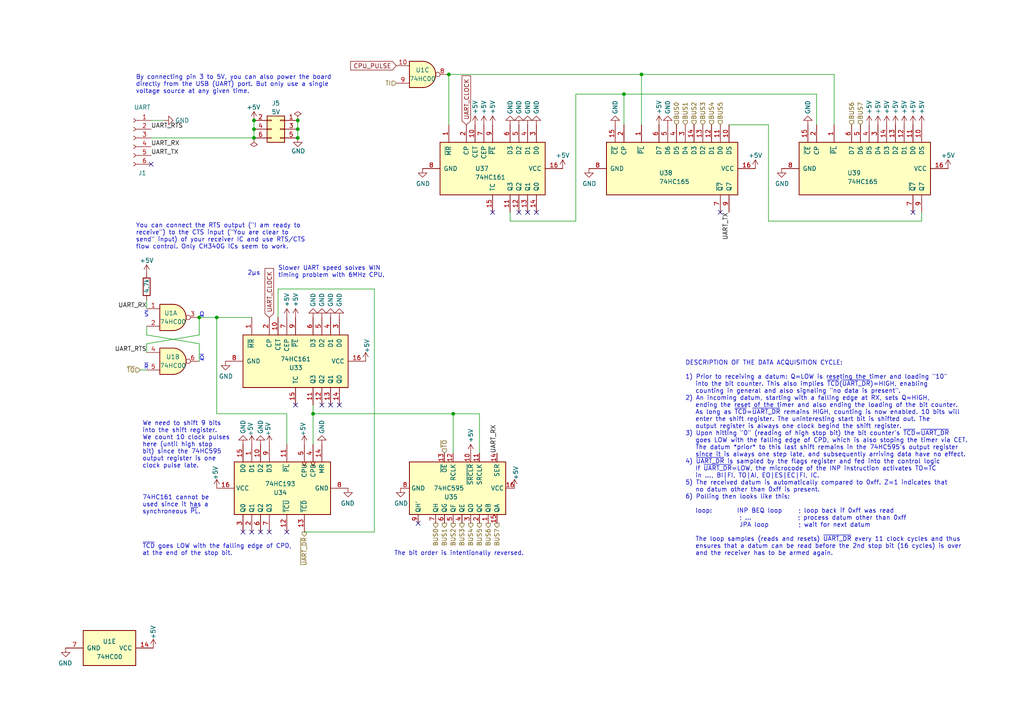
<source format=kicad_sch>
(kicad_sch (version 20211123) (generator eeschema)

  (uuid 1ab7bfbf-0b0d-4986-851e-0ecfe3961de9)

  (paper "A4")

  (title_block
    (title "UART Section")
    (date "2023-06-22")
    (rev "1.2")
    (comment 2 "creativecommons.org/licenses/by-nc-sa/4.0/")
    (comment 3 "This work is licensed under CC BY-NC-SA 4.0")
    (comment 4 "Author: Carsten Herting (slu4)")
  )

  (lib_symbols
    (symbol "74xx:74HC00" (pin_names (offset 1.016)) (in_bom yes) (on_board yes)
      (property "Reference" "U" (id 0) (at 0 1.27 0)
        (effects (font (size 1.27 1.27)))
      )
      (property "Value" "74HC00" (id 1) (at 0 -1.27 0)
        (effects (font (size 1.27 1.27)))
      )
      (property "Footprint" "" (id 2) (at 0 0 0)
        (effects (font (size 1.27 1.27)) hide)
      )
      (property "Datasheet" "http://www.ti.com/lit/gpn/sn74hc00" (id 3) (at 0 0 0)
        (effects (font (size 1.27 1.27)) hide)
      )
      (property "ki_locked" "" (id 4) (at 0 0 0)
        (effects (font (size 1.27 1.27)))
      )
      (property "ki_keywords" "HCMOS nand 2-input" (id 5) (at 0 0 0)
        (effects (font (size 1.27 1.27)) hide)
      )
      (property "ki_description" "quad 2-input NAND gate" (id 6) (at 0 0 0)
        (effects (font (size 1.27 1.27)) hide)
      )
      (property "ki_fp_filters" "DIP*W7.62mm* SO14*" (id 7) (at 0 0 0)
        (effects (font (size 1.27 1.27)) hide)
      )
      (symbol "74HC00_1_1"
        (arc (start 0 -3.81) (mid 3.81 0) (end 0 3.81)
          (stroke (width 0.254) (type default) (color 0 0 0 0))
          (fill (type background))
        )
        (polyline
          (pts
            (xy 0 3.81)
            (xy -3.81 3.81)
            (xy -3.81 -3.81)
            (xy 0 -3.81)
          )
          (stroke (width 0.254) (type default) (color 0 0 0 0))
          (fill (type background))
        )
        (pin input line (at -7.62 2.54 0) (length 3.81)
          (name "~" (effects (font (size 1.27 1.27))))
          (number "1" (effects (font (size 1.27 1.27))))
        )
        (pin input line (at -7.62 -2.54 0) (length 3.81)
          (name "~" (effects (font (size 1.27 1.27))))
          (number "2" (effects (font (size 1.27 1.27))))
        )
        (pin output inverted (at 7.62 0 180) (length 3.81)
          (name "~" (effects (font (size 1.27 1.27))))
          (number "3" (effects (font (size 1.27 1.27))))
        )
      )
      (symbol "74HC00_1_2"
        (arc (start -3.81 -3.81) (mid -2.589 0) (end -3.81 3.81)
          (stroke (width 0.254) (type default) (color 0 0 0 0))
          (fill (type none))
        )
        (arc (start -0.6096 -3.81) (mid 2.1842 -2.5851) (end 3.81 0)
          (stroke (width 0.254) (type default) (color 0 0 0 0))
          (fill (type background))
        )
        (polyline
          (pts
            (xy -3.81 -3.81)
            (xy -0.635 -3.81)
          )
          (stroke (width 0.254) (type default) (color 0 0 0 0))
          (fill (type background))
        )
        (polyline
          (pts
            (xy -3.81 3.81)
            (xy -0.635 3.81)
          )
          (stroke (width 0.254) (type default) (color 0 0 0 0))
          (fill (type background))
        )
        (polyline
          (pts
            (xy -0.635 3.81)
            (xy -3.81 3.81)
            (xy -3.81 3.81)
            (xy -3.556 3.4036)
            (xy -3.0226 2.2606)
            (xy -2.6924 1.0414)
            (xy -2.6162 -0.254)
            (xy -2.7686 -1.4986)
            (xy -3.175 -2.7178)
            (xy -3.81 -3.81)
            (xy -3.81 -3.81)
            (xy -0.635 -3.81)
          )
          (stroke (width -25.4) (type default) (color 0 0 0 0))
          (fill (type background))
        )
        (arc (start 3.81 0) (mid 2.1915 2.5936) (end -0.6096 3.81)
          (stroke (width 0.254) (type default) (color 0 0 0 0))
          (fill (type background))
        )
        (pin input inverted (at -7.62 2.54 0) (length 4.318)
          (name "~" (effects (font (size 1.27 1.27))))
          (number "1" (effects (font (size 1.27 1.27))))
        )
        (pin input inverted (at -7.62 -2.54 0) (length 4.318)
          (name "~" (effects (font (size 1.27 1.27))))
          (number "2" (effects (font (size 1.27 1.27))))
        )
        (pin output line (at 7.62 0 180) (length 3.81)
          (name "~" (effects (font (size 1.27 1.27))))
          (number "3" (effects (font (size 1.27 1.27))))
        )
      )
      (symbol "74HC00_2_1"
        (arc (start 0 -3.81) (mid 3.81 0) (end 0 3.81)
          (stroke (width 0.254) (type default) (color 0 0 0 0))
          (fill (type background))
        )
        (polyline
          (pts
            (xy 0 3.81)
            (xy -3.81 3.81)
            (xy -3.81 -3.81)
            (xy 0 -3.81)
          )
          (stroke (width 0.254) (type default) (color 0 0 0 0))
          (fill (type background))
        )
        (pin input line (at -7.62 2.54 0) (length 3.81)
          (name "~" (effects (font (size 1.27 1.27))))
          (number "4" (effects (font (size 1.27 1.27))))
        )
        (pin input line (at -7.62 -2.54 0) (length 3.81)
          (name "~" (effects (font (size 1.27 1.27))))
          (number "5" (effects (font (size 1.27 1.27))))
        )
        (pin output inverted (at 7.62 0 180) (length 3.81)
          (name "~" (effects (font (size 1.27 1.27))))
          (number "6" (effects (font (size 1.27 1.27))))
        )
      )
      (symbol "74HC00_2_2"
        (arc (start -3.81 -3.81) (mid -2.589 0) (end -3.81 3.81)
          (stroke (width 0.254) (type default) (color 0 0 0 0))
          (fill (type none))
        )
        (arc (start -0.6096 -3.81) (mid 2.1842 -2.5851) (end 3.81 0)
          (stroke (width 0.254) (type default) (color 0 0 0 0))
          (fill (type background))
        )
        (polyline
          (pts
            (xy -3.81 -3.81)
            (xy -0.635 -3.81)
          )
          (stroke (width 0.254) (type default) (color 0 0 0 0))
          (fill (type background))
        )
        (polyline
          (pts
            (xy -3.81 3.81)
            (xy -0.635 3.81)
          )
          (stroke (width 0.254) (type default) (color 0 0 0 0))
          (fill (type background))
        )
        (polyline
          (pts
            (xy -0.635 3.81)
            (xy -3.81 3.81)
            (xy -3.81 3.81)
            (xy -3.556 3.4036)
            (xy -3.0226 2.2606)
            (xy -2.6924 1.0414)
            (xy -2.6162 -0.254)
            (xy -2.7686 -1.4986)
            (xy -3.175 -2.7178)
            (xy -3.81 -3.81)
            (xy -3.81 -3.81)
            (xy -0.635 -3.81)
          )
          (stroke (width -25.4) (type default) (color 0 0 0 0))
          (fill (type background))
        )
        (arc (start 3.81 0) (mid 2.1915 2.5936) (end -0.6096 3.81)
          (stroke (width 0.254) (type default) (color 0 0 0 0))
          (fill (type background))
        )
        (pin input inverted (at -7.62 2.54 0) (length 4.318)
          (name "~" (effects (font (size 1.27 1.27))))
          (number "4" (effects (font (size 1.27 1.27))))
        )
        (pin input inverted (at -7.62 -2.54 0) (length 4.318)
          (name "~" (effects (font (size 1.27 1.27))))
          (number "5" (effects (font (size 1.27 1.27))))
        )
        (pin output line (at 7.62 0 180) (length 3.81)
          (name "~" (effects (font (size 1.27 1.27))))
          (number "6" (effects (font (size 1.27 1.27))))
        )
      )
      (symbol "74HC00_3_1"
        (arc (start 0 -3.81) (mid 3.81 0) (end 0 3.81)
          (stroke (width 0.254) (type default) (color 0 0 0 0))
          (fill (type background))
        )
        (polyline
          (pts
            (xy 0 3.81)
            (xy -3.81 3.81)
            (xy -3.81 -3.81)
            (xy 0 -3.81)
          )
          (stroke (width 0.254) (type default) (color 0 0 0 0))
          (fill (type background))
        )
        (pin input line (at -7.62 -2.54 0) (length 3.81)
          (name "~" (effects (font (size 1.27 1.27))))
          (number "10" (effects (font (size 1.27 1.27))))
        )
        (pin output inverted (at 7.62 0 180) (length 3.81)
          (name "~" (effects (font (size 1.27 1.27))))
          (number "8" (effects (font (size 1.27 1.27))))
        )
        (pin input line (at -7.62 2.54 0) (length 3.81)
          (name "~" (effects (font (size 1.27 1.27))))
          (number "9" (effects (font (size 1.27 1.27))))
        )
      )
      (symbol "74HC00_3_2"
        (arc (start -3.81 -3.81) (mid -2.589 0) (end -3.81 3.81)
          (stroke (width 0.254) (type default) (color 0 0 0 0))
          (fill (type none))
        )
        (arc (start -0.6096 -3.81) (mid 2.1842 -2.5851) (end 3.81 0)
          (stroke (width 0.254) (type default) (color 0 0 0 0))
          (fill (type background))
        )
        (polyline
          (pts
            (xy -3.81 -3.81)
            (xy -0.635 -3.81)
          )
          (stroke (width 0.254) (type default) (color 0 0 0 0))
          (fill (type background))
        )
        (polyline
          (pts
            (xy -3.81 3.81)
            (xy -0.635 3.81)
          )
          (stroke (width 0.254) (type default) (color 0 0 0 0))
          (fill (type background))
        )
        (polyline
          (pts
            (xy -0.635 3.81)
            (xy -3.81 3.81)
            (xy -3.81 3.81)
            (xy -3.556 3.4036)
            (xy -3.0226 2.2606)
            (xy -2.6924 1.0414)
            (xy -2.6162 -0.254)
            (xy -2.7686 -1.4986)
            (xy -3.175 -2.7178)
            (xy -3.81 -3.81)
            (xy -3.81 -3.81)
            (xy -0.635 -3.81)
          )
          (stroke (width -25.4) (type default) (color 0 0 0 0))
          (fill (type background))
        )
        (arc (start 3.81 0) (mid 2.1915 2.5936) (end -0.6096 3.81)
          (stroke (width 0.254) (type default) (color 0 0 0 0))
          (fill (type background))
        )
        (pin input inverted (at -7.62 -2.54 0) (length 4.318)
          (name "~" (effects (font (size 1.27 1.27))))
          (number "10" (effects (font (size 1.27 1.27))))
        )
        (pin output line (at 7.62 0 180) (length 3.81)
          (name "~" (effects (font (size 1.27 1.27))))
          (number "8" (effects (font (size 1.27 1.27))))
        )
        (pin input inverted (at -7.62 2.54 0) (length 4.318)
          (name "~" (effects (font (size 1.27 1.27))))
          (number "9" (effects (font (size 1.27 1.27))))
        )
      )
      (symbol "74HC00_4_1"
        (arc (start 0 -3.81) (mid 3.81 0) (end 0 3.81)
          (stroke (width 0.254) (type default) (color 0 0 0 0))
          (fill (type background))
        )
        (polyline
          (pts
            (xy 0 3.81)
            (xy -3.81 3.81)
            (xy -3.81 -3.81)
            (xy 0 -3.81)
          )
          (stroke (width 0.254) (type default) (color 0 0 0 0))
          (fill (type background))
        )
        (pin output inverted (at 7.62 0 180) (length 3.81)
          (name "~" (effects (font (size 1.27 1.27))))
          (number "11" (effects (font (size 1.27 1.27))))
        )
        (pin input line (at -7.62 2.54 0) (length 3.81)
          (name "~" (effects (font (size 1.27 1.27))))
          (number "12" (effects (font (size 1.27 1.27))))
        )
        (pin input line (at -7.62 -2.54 0) (length 3.81)
          (name "~" (effects (font (size 1.27 1.27))))
          (number "13" (effects (font (size 1.27 1.27))))
        )
      )
      (symbol "74HC00_4_2"
        (arc (start -3.81 -3.81) (mid -2.589 0) (end -3.81 3.81)
          (stroke (width 0.254) (type default) (color 0 0 0 0))
          (fill (type none))
        )
        (arc (start -0.6096 -3.81) (mid 2.1842 -2.5851) (end 3.81 0)
          (stroke (width 0.254) (type default) (color 0 0 0 0))
          (fill (type background))
        )
        (polyline
          (pts
            (xy -3.81 -3.81)
            (xy -0.635 -3.81)
          )
          (stroke (width 0.254) (type default) (color 0 0 0 0))
          (fill (type background))
        )
        (polyline
          (pts
            (xy -3.81 3.81)
            (xy -0.635 3.81)
          )
          (stroke (width 0.254) (type default) (color 0 0 0 0))
          (fill (type background))
        )
        (polyline
          (pts
            (xy -0.635 3.81)
            (xy -3.81 3.81)
            (xy -3.81 3.81)
            (xy -3.556 3.4036)
            (xy -3.0226 2.2606)
            (xy -2.6924 1.0414)
            (xy -2.6162 -0.254)
            (xy -2.7686 -1.4986)
            (xy -3.175 -2.7178)
            (xy -3.81 -3.81)
            (xy -3.81 -3.81)
            (xy -0.635 -3.81)
          )
          (stroke (width -25.4) (type default) (color 0 0 0 0))
          (fill (type background))
        )
        (arc (start 3.81 0) (mid 2.1915 2.5936) (end -0.6096 3.81)
          (stroke (width 0.254) (type default) (color 0 0 0 0))
          (fill (type background))
        )
        (pin output line (at 7.62 0 180) (length 3.81)
          (name "~" (effects (font (size 1.27 1.27))))
          (number "11" (effects (font (size 1.27 1.27))))
        )
        (pin input inverted (at -7.62 2.54 0) (length 4.318)
          (name "~" (effects (font (size 1.27 1.27))))
          (number "12" (effects (font (size 1.27 1.27))))
        )
        (pin input inverted (at -7.62 -2.54 0) (length 4.318)
          (name "~" (effects (font (size 1.27 1.27))))
          (number "13" (effects (font (size 1.27 1.27))))
        )
      )
      (symbol "74HC00_5_0"
        (pin power_in line (at 0 12.7 270) (length 5.08)
          (name "VCC" (effects (font (size 1.27 1.27))))
          (number "14" (effects (font (size 1.27 1.27))))
        )
        (pin power_in line (at 0 -12.7 90) (length 5.08)
          (name "GND" (effects (font (size 1.27 1.27))))
          (number "7" (effects (font (size 1.27 1.27))))
        )
      )
      (symbol "74HC00_5_1"
        (rectangle (start -5.08 7.62) (end 5.08 -7.62)
          (stroke (width 0.254) (type default) (color 0 0 0 0))
          (fill (type background))
        )
      )
    )
    (symbol "74xx:74HC595" (in_bom yes) (on_board yes)
      (property "Reference" "U" (id 0) (at -7.62 13.97 0)
        (effects (font (size 1.27 1.27)))
      )
      (property "Value" "74HC595" (id 1) (at -7.62 -16.51 0)
        (effects (font (size 1.27 1.27)))
      )
      (property "Footprint" "" (id 2) (at 0 0 0)
        (effects (font (size 1.27 1.27)) hide)
      )
      (property "Datasheet" "http://www.ti.com/lit/ds/symlink/sn74hc595.pdf" (id 3) (at 0 0 0)
        (effects (font (size 1.27 1.27)) hide)
      )
      (property "ki_keywords" "HCMOS SR 3State" (id 4) (at 0 0 0)
        (effects (font (size 1.27 1.27)) hide)
      )
      (property "ki_description" "8-bit serial in/out Shift Register 3-State Outputs" (id 5) (at 0 0 0)
        (effects (font (size 1.27 1.27)) hide)
      )
      (property "ki_fp_filters" "DIP*W7.62mm* SOIC*3.9x9.9mm*P1.27mm* TSSOP*4.4x5mm*P0.65mm* SOIC*5.3x10.2mm*P1.27mm* SOIC*7.5x10.3mm*P1.27mm*" (id 6) (at 0 0 0)
        (effects (font (size 1.27 1.27)) hide)
      )
      (symbol "74HC595_1_0"
        (pin tri_state line (at 10.16 7.62 180) (length 2.54)
          (name "QB" (effects (font (size 1.27 1.27))))
          (number "1" (effects (font (size 1.27 1.27))))
        )
        (pin input line (at -10.16 2.54 0) (length 2.54)
          (name "~{SRCLR}" (effects (font (size 1.27 1.27))))
          (number "10" (effects (font (size 1.27 1.27))))
        )
        (pin input line (at -10.16 5.08 0) (length 2.54)
          (name "SRCLK" (effects (font (size 1.27 1.27))))
          (number "11" (effects (font (size 1.27 1.27))))
        )
        (pin input line (at -10.16 -2.54 0) (length 2.54)
          (name "RCLK" (effects (font (size 1.27 1.27))))
          (number "12" (effects (font (size 1.27 1.27))))
        )
        (pin input line (at -10.16 -5.08 0) (length 2.54)
          (name "~{OE}" (effects (font (size 1.27 1.27))))
          (number "13" (effects (font (size 1.27 1.27))))
        )
        (pin input line (at -10.16 10.16 0) (length 2.54)
          (name "SER" (effects (font (size 1.27 1.27))))
          (number "14" (effects (font (size 1.27 1.27))))
        )
        (pin tri_state line (at 10.16 10.16 180) (length 2.54)
          (name "QA" (effects (font (size 1.27 1.27))))
          (number "15" (effects (font (size 1.27 1.27))))
        )
        (pin power_in line (at 0 15.24 270) (length 2.54)
          (name "VCC" (effects (font (size 1.27 1.27))))
          (number "16" (effects (font (size 1.27 1.27))))
        )
        (pin tri_state line (at 10.16 5.08 180) (length 2.54)
          (name "QC" (effects (font (size 1.27 1.27))))
          (number "2" (effects (font (size 1.27 1.27))))
        )
        (pin tri_state line (at 10.16 2.54 180) (length 2.54)
          (name "QD" (effects (font (size 1.27 1.27))))
          (number "3" (effects (font (size 1.27 1.27))))
        )
        (pin tri_state line (at 10.16 0 180) (length 2.54)
          (name "QE" (effects (font (size 1.27 1.27))))
          (number "4" (effects (font (size 1.27 1.27))))
        )
        (pin tri_state line (at 10.16 -2.54 180) (length 2.54)
          (name "QF" (effects (font (size 1.27 1.27))))
          (number "5" (effects (font (size 1.27 1.27))))
        )
        (pin tri_state line (at 10.16 -5.08 180) (length 2.54)
          (name "QG" (effects (font (size 1.27 1.27))))
          (number "6" (effects (font (size 1.27 1.27))))
        )
        (pin tri_state line (at 10.16 -7.62 180) (length 2.54)
          (name "QH" (effects (font (size 1.27 1.27))))
          (number "7" (effects (font (size 1.27 1.27))))
        )
        (pin power_in line (at 0 -17.78 90) (length 2.54)
          (name "GND" (effects (font (size 1.27 1.27))))
          (number "8" (effects (font (size 1.27 1.27))))
        )
        (pin output line (at 10.16 -12.7 180) (length 2.54)
          (name "QH'" (effects (font (size 1.27 1.27))))
          (number "9" (effects (font (size 1.27 1.27))))
        )
      )
      (symbol "74HC595_1_1"
        (rectangle (start -7.62 12.7) (end 7.62 -15.24)
          (stroke (width 0.254) (type default) (color 0 0 0 0))
          (fill (type background))
        )
      )
    )
    (symbol "8-Bit CPU 32k-cache:74HC00" (pin_names (offset 1.016)) (in_bom yes) (on_board yes)
      (property "Reference" "U" (id 0) (at 0 1.27 0)
        (effects (font (size 1.27 1.27)))
      )
      (property "Value" "74HC00" (id 1) (at 0 -1.27 0)
        (effects (font (size 1.27 1.27)))
      )
      (property "Footprint" "" (id 2) (at 0 0 0)
        (effects (font (size 1.27 1.27)) hide)
      )
      (property "Datasheet" "" (id 3) (at 0 0 0)
        (effects (font (size 1.27 1.27)) hide)
      )
      (property "ki_locked" "" (id 4) (at 0 0 0)
        (effects (font (size 1.27 1.27)))
      )
      (property "ki_fp_filters" "DIP*W7.62mm* SO14*" (id 5) (at 0 0 0)
        (effects (font (size 1.27 1.27)) hide)
      )
      (symbol "74HC00_1_1"
        (arc (start 0 -3.81) (mid 3.81 0) (end 0 3.81)
          (stroke (width 0.254) (type default) (color 0 0 0 0))
          (fill (type background))
        )
        (polyline
          (pts
            (xy 0 3.81)
            (xy -3.81 3.81)
            (xy -3.81 -3.81)
            (xy 0 -3.81)
          )
          (stroke (width 0.254) (type default) (color 0 0 0 0))
          (fill (type background))
        )
        (pin input line (at -7.62 2.54 0) (length 3.81)
          (name "~" (effects (font (size 1.27 1.27))))
          (number "1" (effects (font (size 1.27 1.27))))
        )
        (pin input line (at -7.62 -2.54 0) (length 3.81)
          (name "~" (effects (font (size 1.27 1.27))))
          (number "2" (effects (font (size 1.27 1.27))))
        )
        (pin output inverted (at 7.62 0 180) (length 3.81)
          (name "~" (effects (font (size 1.27 1.27))))
          (number "3" (effects (font (size 1.27 1.27))))
        )
      )
      (symbol "74HC00_1_2"
        (arc (start -3.81 -3.81) (mid -2.589 0) (end -3.81 3.81)
          (stroke (width 0.254) (type default) (color 0 0 0 0))
          (fill (type none))
        )
        (arc (start -0.6096 -3.81) (mid 2.1842 -2.5851) (end 3.81 0)
          (stroke (width 0.254) (type default) (color 0 0 0 0))
          (fill (type background))
        )
        (polyline
          (pts
            (xy -3.81 -3.81)
            (xy -0.635 -3.81)
          )
          (stroke (width 0.254) (type default) (color 0 0 0 0))
          (fill (type background))
        )
        (polyline
          (pts
            (xy -3.81 3.81)
            (xy -0.635 3.81)
          )
          (stroke (width 0.254) (type default) (color 0 0 0 0))
          (fill (type background))
        )
        (polyline
          (pts
            (xy -0.635 3.81)
            (xy -3.81 3.81)
            (xy -3.81 3.81)
            (xy -3.556 3.4036)
            (xy -3.0226 2.2606)
            (xy -2.6924 1.0414)
            (xy -2.6162 -0.254)
            (xy -2.7686 -1.4986)
            (xy -3.175 -2.7178)
            (xy -3.81 -3.81)
            (xy -3.81 -3.81)
            (xy -0.635 -3.81)
          )
          (stroke (width -25.4) (type default) (color 0 0 0 0))
          (fill (type background))
        )
        (arc (start 3.81 0) (mid 2.1915 2.5936) (end -0.6096 3.81)
          (stroke (width 0.254) (type default) (color 0 0 0 0))
          (fill (type background))
        )
        (pin input inverted (at -7.62 2.54 0) (length 4.318)
          (name "~" (effects (font (size 1.27 1.27))))
          (number "1" (effects (font (size 1.27 1.27))))
        )
        (pin input inverted (at -7.62 -2.54 0) (length 4.318)
          (name "~" (effects (font (size 1.27 1.27))))
          (number "2" (effects (font (size 1.27 1.27))))
        )
        (pin output line (at 7.62 0 180) (length 3.81)
          (name "~" (effects (font (size 1.27 1.27))))
          (number "3" (effects (font (size 1.27 1.27))))
        )
      )
      (symbol "74HC00_2_1"
        (arc (start 0 -3.81) (mid 3.81 0) (end 0 3.81)
          (stroke (width 0.254) (type default) (color 0 0 0 0))
          (fill (type background))
        )
        (polyline
          (pts
            (xy 0 3.81)
            (xy -3.81 3.81)
            (xy -3.81 -3.81)
            (xy 0 -3.81)
          )
          (stroke (width 0.254) (type default) (color 0 0 0 0))
          (fill (type background))
        )
        (pin input line (at -7.62 2.54 0) (length 3.81)
          (name "~" (effects (font (size 1.27 1.27))))
          (number "4" (effects (font (size 1.27 1.27))))
        )
        (pin input line (at -7.62 -2.54 0) (length 3.81)
          (name "~" (effects (font (size 1.27 1.27))))
          (number "5" (effects (font (size 1.27 1.27))))
        )
        (pin output inverted (at 7.62 0 180) (length 3.81)
          (name "~" (effects (font (size 1.27 1.27))))
          (number "6" (effects (font (size 1.27 1.27))))
        )
      )
      (symbol "74HC00_2_2"
        (arc (start -3.81 -3.81) (mid -2.589 0) (end -3.81 3.81)
          (stroke (width 0.254) (type default) (color 0 0 0 0))
          (fill (type none))
        )
        (arc (start -0.6096 -3.81) (mid 2.1842 -2.5851) (end 3.81 0)
          (stroke (width 0.254) (type default) (color 0 0 0 0))
          (fill (type background))
        )
        (polyline
          (pts
            (xy -3.81 -3.81)
            (xy -0.635 -3.81)
          )
          (stroke (width 0.254) (type default) (color 0 0 0 0))
          (fill (type background))
        )
        (polyline
          (pts
            (xy -3.81 3.81)
            (xy -0.635 3.81)
          )
          (stroke (width 0.254) (type default) (color 0 0 0 0))
          (fill (type background))
        )
        (polyline
          (pts
            (xy -0.635 3.81)
            (xy -3.81 3.81)
            (xy -3.81 3.81)
            (xy -3.556 3.4036)
            (xy -3.0226 2.2606)
            (xy -2.6924 1.0414)
            (xy -2.6162 -0.254)
            (xy -2.7686 -1.4986)
            (xy -3.175 -2.7178)
            (xy -3.81 -3.81)
            (xy -3.81 -3.81)
            (xy -0.635 -3.81)
          )
          (stroke (width -25.4) (type default) (color 0 0 0 0))
          (fill (type background))
        )
        (arc (start 3.81 0) (mid 2.1915 2.5936) (end -0.6096 3.81)
          (stroke (width 0.254) (type default) (color 0 0 0 0))
          (fill (type background))
        )
        (pin input inverted (at -7.62 2.54 0) (length 4.318)
          (name "~" (effects (font (size 1.27 1.27))))
          (number "4" (effects (font (size 1.27 1.27))))
        )
        (pin input inverted (at -7.62 -2.54 0) (length 4.318)
          (name "~" (effects (font (size 1.27 1.27))))
          (number "5" (effects (font (size 1.27 1.27))))
        )
        (pin output line (at 7.62 0 180) (length 3.81)
          (name "~" (effects (font (size 1.27 1.27))))
          (number "6" (effects (font (size 1.27 1.27))))
        )
      )
      (symbol "74HC00_3_1"
        (arc (start 0 -3.81) (mid 3.81 0) (end 0 3.81)
          (stroke (width 0.254) (type default) (color 0 0 0 0))
          (fill (type background))
        )
        (polyline
          (pts
            (xy 0 3.81)
            (xy -3.81 3.81)
            (xy -3.81 -3.81)
            (xy 0 -3.81)
          )
          (stroke (width 0.254) (type default) (color 0 0 0 0))
          (fill (type background))
        )
        (pin input line (at -7.62 -2.54 0) (length 3.81)
          (name "~" (effects (font (size 1.27 1.27))))
          (number "10" (effects (font (size 1.27 1.27))))
        )
        (pin output inverted (at 7.62 0 180) (length 3.81)
          (name "~" (effects (font (size 1.27 1.27))))
          (number "8" (effects (font (size 1.27 1.27))))
        )
        (pin input line (at -7.62 2.54 0) (length 3.81)
          (name "~" (effects (font (size 1.27 1.27))))
          (number "9" (effects (font (size 1.27 1.27))))
        )
      )
      (symbol "74HC00_3_2"
        (arc (start -3.81 -3.81) (mid -2.589 0) (end -3.81 3.81)
          (stroke (width 0.254) (type default) (color 0 0 0 0))
          (fill (type none))
        )
        (arc (start -0.6096 -3.81) (mid 2.1842 -2.5851) (end 3.81 0)
          (stroke (width 0.254) (type default) (color 0 0 0 0))
          (fill (type background))
        )
        (polyline
          (pts
            (xy -3.81 -3.81)
            (xy -0.635 -3.81)
          )
          (stroke (width 0.254) (type default) (color 0 0 0 0))
          (fill (type background))
        )
        (polyline
          (pts
            (xy -3.81 3.81)
            (xy -0.635 3.81)
          )
          (stroke (width 0.254) (type default) (color 0 0 0 0))
          (fill (type background))
        )
        (polyline
          (pts
            (xy -0.635 3.81)
            (xy -3.81 3.81)
            (xy -3.81 3.81)
            (xy -3.556 3.4036)
            (xy -3.0226 2.2606)
            (xy -2.6924 1.0414)
            (xy -2.6162 -0.254)
            (xy -2.7686 -1.4986)
            (xy -3.175 -2.7178)
            (xy -3.81 -3.81)
            (xy -3.81 -3.81)
            (xy -0.635 -3.81)
          )
          (stroke (width -25.4) (type default) (color 0 0 0 0))
          (fill (type background))
        )
        (arc (start 3.81 0) (mid 2.1915 2.5936) (end -0.6096 3.81)
          (stroke (width 0.254) (type default) (color 0 0 0 0))
          (fill (type background))
        )
        (pin input inverted (at -7.62 -2.54 0) (length 4.318)
          (name "~" (effects (font (size 1.27 1.27))))
          (number "10" (effects (font (size 1.27 1.27))))
        )
        (pin output line (at 7.62 0 180) (length 3.81)
          (name "~" (effects (font (size 1.27 1.27))))
          (number "8" (effects (font (size 1.27 1.27))))
        )
        (pin input inverted (at -7.62 2.54 0) (length 4.318)
          (name "~" (effects (font (size 1.27 1.27))))
          (number "9" (effects (font (size 1.27 1.27))))
        )
      )
      (symbol "74HC00_4_1"
        (arc (start 0 -3.81) (mid 3.81 0) (end 0 3.81)
          (stroke (width 0.254) (type default) (color 0 0 0 0))
          (fill (type background))
        )
        (polyline
          (pts
            (xy 0 3.81)
            (xy -3.81 3.81)
            (xy -3.81 -3.81)
            (xy 0 -3.81)
          )
          (stroke (width 0.254) (type default) (color 0 0 0 0))
          (fill (type background))
        )
        (pin output inverted (at 7.62 0 180) (length 3.81)
          (name "~" (effects (font (size 1.27 1.27))))
          (number "11" (effects (font (size 1.27 1.27))))
        )
        (pin input line (at -7.62 2.54 0) (length 3.81)
          (name "~" (effects (font (size 1.27 1.27))))
          (number "12" (effects (font (size 1.27 1.27))))
        )
        (pin input line (at -7.62 -2.54 0) (length 3.81)
          (name "~" (effects (font (size 1.27 1.27))))
          (number "13" (effects (font (size 1.27 1.27))))
        )
      )
      (symbol "74HC00_4_2"
        (arc (start -3.81 -3.81) (mid -2.589 0) (end -3.81 3.81)
          (stroke (width 0.254) (type default) (color 0 0 0 0))
          (fill (type none))
        )
        (arc (start -0.6096 -3.81) (mid 2.1842 -2.5851) (end 3.81 0)
          (stroke (width 0.254) (type default) (color 0 0 0 0))
          (fill (type background))
        )
        (polyline
          (pts
            (xy -3.81 -3.81)
            (xy -0.635 -3.81)
          )
          (stroke (width 0.254) (type default) (color 0 0 0 0))
          (fill (type background))
        )
        (polyline
          (pts
            (xy -3.81 3.81)
            (xy -0.635 3.81)
          )
          (stroke (width 0.254) (type default) (color 0 0 0 0))
          (fill (type background))
        )
        (polyline
          (pts
            (xy -0.635 3.81)
            (xy -3.81 3.81)
            (xy -3.81 3.81)
            (xy -3.556 3.4036)
            (xy -3.0226 2.2606)
            (xy -2.6924 1.0414)
            (xy -2.6162 -0.254)
            (xy -2.7686 -1.4986)
            (xy -3.175 -2.7178)
            (xy -3.81 -3.81)
            (xy -3.81 -3.81)
            (xy -0.635 -3.81)
          )
          (stroke (width -25.4) (type default) (color 0 0 0 0))
          (fill (type background))
        )
        (arc (start 3.81 0) (mid 2.1915 2.5936) (end -0.6096 3.81)
          (stroke (width 0.254) (type default) (color 0 0 0 0))
          (fill (type background))
        )
        (pin output line (at 7.62 0 180) (length 3.81)
          (name "~" (effects (font (size 1.27 1.27))))
          (number "11" (effects (font (size 1.27 1.27))))
        )
        (pin input inverted (at -7.62 2.54 0) (length 4.318)
          (name "~" (effects (font (size 1.27 1.27))))
          (number "12" (effects (font (size 1.27 1.27))))
        )
        (pin input inverted (at -7.62 -2.54 0) (length 4.318)
          (name "~" (effects (font (size 1.27 1.27))))
          (number "13" (effects (font (size 1.27 1.27))))
        )
      )
      (symbol "74HC00_5_0"
        (pin power_in line (at 0 12.7 270) (length 5.08)
          (name "VCC" (effects (font (size 1.27 1.27))))
          (number "14" (effects (font (size 1.27 1.27))))
        )
        (pin power_in line (at 0 -12.7 90) (length 5.08)
          (name "GND" (effects (font (size 1.27 1.27))))
          (number "7" (effects (font (size 1.27 1.27))))
        )
      )
      (symbol "74HC00_5_1"
        (rectangle (start -5.08 7.62) (end 5.08 -7.62)
          (stroke (width 0.254) (type default) (color 0 0 0 0))
          (fill (type background))
        )
      )
    )
    (symbol "8-Bit CPU 32k:74HC161" (pin_names (offset 1.016)) (in_bom yes) (on_board yes)
      (property "Reference" "U" (id 0) (at -7.62 16.51 0)
        (effects (font (size 1.27 1.27)))
      )
      (property "Value" "74HC161" (id 1) (at -7.62 -16.51 0)
        (effects (font (size 1.27 1.27)))
      )
      (property "Footprint" "" (id 2) (at 0 0 0)
        (effects (font (size 1.27 1.27)) hide)
      )
      (property "Datasheet" "http://www.ti.com/lit/gpn/sn74LS161" (id 3) (at 0 0 0)
        (effects (font (size 1.27 1.27)) hide)
      )
      (property "ki_locked" "" (id 4) (at 0 0 0)
        (effects (font (size 1.27 1.27)))
      )
      (property "ki_keywords" "TTL CNT CNT4" (id 5) (at 0 0 0)
        (effects (font (size 1.27 1.27)) hide)
      )
      (property "ki_description" "Synchronous 4-bit programmable binary Counter" (id 6) (at 0 0 0)
        (effects (font (size 1.27 1.27)) hide)
      )
      (property "ki_fp_filters" "DIP?16*" (id 7) (at 0 0 0)
        (effects (font (size 1.27 1.27)) hide)
      )
      (symbol "74HC161_1_0"
        (pin input line (at -12.7 -12.7 0) (length 5.08)
          (name "~{MR}" (effects (font (size 1.27 1.27))))
          (number "1" (effects (font (size 1.27 1.27))))
        )
        (pin input line (at -12.7 -5.08 0) (length 5.08)
          (name "CET" (effects (font (size 1.27 1.27))))
          (number "10" (effects (font (size 1.27 1.27))))
        )
        (pin output line (at 12.7 5.08 180) (length 5.08)
          (name "Q3" (effects (font (size 1.27 1.27))))
          (number "11" (effects (font (size 1.27 1.27))))
        )
        (pin output line (at 12.7 7.62 180) (length 5.08)
          (name "Q2" (effects (font (size 1.27 1.27))))
          (number "12" (effects (font (size 1.27 1.27))))
        )
        (pin output line (at 12.7 10.16 180) (length 5.08)
          (name "Q1" (effects (font (size 1.27 1.27))))
          (number "13" (effects (font (size 1.27 1.27))))
        )
        (pin output line (at 12.7 12.7 180) (length 5.08)
          (name "Q0" (effects (font (size 1.27 1.27))))
          (number "14" (effects (font (size 1.27 1.27))))
        )
        (pin output line (at 12.7 0 180) (length 5.08)
          (name "TC" (effects (font (size 1.27 1.27))))
          (number "15" (effects (font (size 1.27 1.27))))
        )
        (pin power_in line (at 0 20.32 270) (length 5.08)
          (name "VCC" (effects (font (size 1.27 1.27))))
          (number "16" (effects (font (size 1.27 1.27))))
        )
        (pin input line (at -12.7 -7.62 0) (length 5.08)
          (name "CP" (effects (font (size 1.27 1.27))))
          (number "2" (effects (font (size 1.27 1.27))))
        )
        (pin input line (at -12.7 12.7 0) (length 5.08)
          (name "D0" (effects (font (size 1.27 1.27))))
          (number "3" (effects (font (size 1.27 1.27))))
        )
        (pin input line (at -12.7 10.16 0) (length 5.08)
          (name "D1" (effects (font (size 1.27 1.27))))
          (number "4" (effects (font (size 1.27 1.27))))
        )
        (pin input line (at -12.7 7.62 0) (length 5.08)
          (name "D2" (effects (font (size 1.27 1.27))))
          (number "5" (effects (font (size 1.27 1.27))))
        )
        (pin input line (at -12.7 5.08 0) (length 5.08)
          (name "D3" (effects (font (size 1.27 1.27))))
          (number "6" (effects (font (size 1.27 1.27))))
        )
        (pin input line (at -12.7 -2.54 0) (length 5.08)
          (name "CEP" (effects (font (size 1.27 1.27))))
          (number "7" (effects (font (size 1.27 1.27))))
        )
        (pin power_in line (at 0 -20.32 90) (length 5.08)
          (name "GND" (effects (font (size 1.27 1.27))))
          (number "8" (effects (font (size 1.27 1.27))))
        )
        (pin input line (at -12.7 0 0) (length 5.08)
          (name "~{PE}" (effects (font (size 1.27 1.27))))
          (number "9" (effects (font (size 1.27 1.27))))
        )
      )
      (symbol "74HC161_1_1"
        (rectangle (start -7.62 15.24) (end 7.62 -15.24)
          (stroke (width 0.254) (type default) (color 0 0 0 0))
          (fill (type background))
        )
      )
    )
    (symbol "8-Bit CPU 32k:74HC165" (pin_names (offset 1.016)) (in_bom yes) (on_board yes)
      (property "Reference" "U" (id 0) (at -7.62 19.05 0)
        (effects (font (size 1.27 1.27)))
      )
      (property "Value" "74HC165" (id 1) (at -7.62 -21.59 0)
        (effects (font (size 1.27 1.27)))
      )
      (property "Footprint" "" (id 2) (at 0 0 0)
        (effects (font (size 1.27 1.27)) hide)
      )
      (property "Datasheet" "http://www.ti.com/lit/gpn/sn74LS165" (id 3) (at 0 0 0)
        (effects (font (size 1.27 1.27)) hide)
      )
      (property "ki_locked" "" (id 4) (at 0 0 0)
        (effects (font (size 1.27 1.27)))
      )
      (property "ki_keywords" "TTL SR SR8" (id 5) (at 0 0 0)
        (effects (font (size 1.27 1.27)) hide)
      )
      (property "ki_description" "Shift Register 8-bit, parallel load" (id 6) (at 0 0 0)
        (effects (font (size 1.27 1.27)) hide)
      )
      (property "ki_fp_filters" "DIP?16*" (id 7) (at 0 0 0)
        (effects (font (size 1.27 1.27)) hide)
      )
      (symbol "74HC165_1_0"
        (pin input line (at -12.7 -10.16 0) (length 5.08)
          (name "~{PL}" (effects (font (size 1.27 1.27))))
          (number "1" (effects (font (size 1.27 1.27))))
        )
        (pin input line (at -12.7 15.24 0) (length 5.08)
          (name "DS" (effects (font (size 1.27 1.27))))
          (number "10" (effects (font (size 1.27 1.27))))
        )
        (pin input line (at -12.7 12.7 0) (length 5.08)
          (name "D0" (effects (font (size 1.27 1.27))))
          (number "11" (effects (font (size 1.27 1.27))))
        )
        (pin input line (at -12.7 10.16 0) (length 5.08)
          (name "D1" (effects (font (size 1.27 1.27))))
          (number "12" (effects (font (size 1.27 1.27))))
        )
        (pin input line (at -12.7 7.62 0) (length 5.08)
          (name "D2" (effects (font (size 1.27 1.27))))
          (number "13" (effects (font (size 1.27 1.27))))
        )
        (pin input line (at -12.7 5.08 0) (length 5.08)
          (name "D3" (effects (font (size 1.27 1.27))))
          (number "14" (effects (font (size 1.27 1.27))))
        )
        (pin input line (at -12.7 -17.78 0) (length 5.08)
          (name "~{CE}" (effects (font (size 1.27 1.27))))
          (number "15" (effects (font (size 1.27 1.27))))
        )
        (pin power_in line (at 0 22.86 270) (length 5.08)
          (name "VCC" (effects (font (size 1.27 1.27))))
          (number "16" (effects (font (size 1.27 1.27))))
        )
        (pin input line (at -12.7 -15.24 0) (length 5.08)
          (name "CP" (effects (font (size 1.27 1.27))))
          (number "2" (effects (font (size 1.27 1.27))))
        )
        (pin input line (at -12.7 2.54 0) (length 5.08)
          (name "D4" (effects (font (size 1.27 1.27))))
          (number "3" (effects (font (size 1.27 1.27))))
        )
        (pin input line (at -12.7 0 0) (length 5.08)
          (name "D5" (effects (font (size 1.27 1.27))))
          (number "4" (effects (font (size 1.27 1.27))))
        )
        (pin input line (at -12.7 -2.54 0) (length 5.08)
          (name "D6" (effects (font (size 1.27 1.27))))
          (number "5" (effects (font (size 1.27 1.27))))
        )
        (pin input line (at -12.7 -5.08 0) (length 5.08)
          (name "D7" (effects (font (size 1.27 1.27))))
          (number "6" (effects (font (size 1.27 1.27))))
        )
        (pin output line (at 12.7 12.7 180) (length 5.08)
          (name "~{Q7}" (effects (font (size 1.27 1.27))))
          (number "7" (effects (font (size 1.27 1.27))))
        )
        (pin power_in line (at 0 -25.4 90) (length 5.08)
          (name "GND" (effects (font (size 1.27 1.27))))
          (number "8" (effects (font (size 1.27 1.27))))
        )
        (pin output line (at 12.7 15.24 180) (length 5.08)
          (name "Q7" (effects (font (size 1.27 1.27))))
          (number "9" (effects (font (size 1.27 1.27))))
        )
      )
      (symbol "74HC165_1_1"
        (rectangle (start -7.62 17.78) (end 7.62 -20.32)
          (stroke (width 0.254) (type default) (color 0 0 0 0))
          (fill (type background))
        )
      )
    )
    (symbol "8-Bit CPU 32k:74HC193" (in_bom yes) (on_board yes)
      (property "Reference" "U" (id 0) (at -7.62 13.97 0)
        (effects (font (size 1.27 1.27)))
      )
      (property "Value" "74HC193" (id 1) (at 5.08 13.97 0)
        (effects (font (size 1.27 1.27)))
      )
      (property "Footprint" "" (id 2) (at 0 0 0)
        (effects (font (size 1.27 1.27)) hide)
      )
      (property "Datasheet" "http://www.ti.com/lit/ds/symlink/sn74ls193.pdf" (id 3) (at 0 0 0)
        (effects (font (size 1.27 1.27)) hide)
      )
      (property "ki_keywords" "TTL CNT CNT4" (id 4) (at 0 0 0)
        (effects (font (size 1.27 1.27)) hide)
      )
      (property "ki_description" "Synchronous 4-bit Up/Down (2 clk) counter" (id 5) (at 0 0 0)
        (effects (font (size 1.27 1.27)) hide)
      )
      (property "ki_fp_filters" "SOIC*3.9x9.9mm*P1.27mm* DIP*W7.62mm*" (id 6) (at 0 0 0)
        (effects (font (size 1.27 1.27)) hide)
      )
      (symbol "74HC193_1_0"
        (pin input line (at -12.7 7.62 0) (length 5.08)
          (name "D1" (effects (font (size 1.27 1.27))))
          (number "1" (effects (font (size 1.27 1.27))))
        )
        (pin input line (at -12.7 5.08 0) (length 5.08)
          (name "D2" (effects (font (size 1.27 1.27))))
          (number "10" (effects (font (size 1.27 1.27))))
        )
        (pin input line (at -12.7 -2.54 0) (length 5.08)
          (name "~{PL}" (effects (font (size 1.27 1.27))))
          (number "11" (effects (font (size 1.27 1.27))))
        )
        (pin output line (at 12.7 -2.54 180) (length 5.08)
          (name "~{TCU}" (effects (font (size 1.27 1.27))))
          (number "12" (effects (font (size 1.27 1.27))))
        )
        (pin output line (at 12.7 -7.62 180) (length 5.08)
          (name "~{TCD}" (effects (font (size 1.27 1.27))))
          (number "13" (effects (font (size 1.27 1.27))))
        )
        (pin input line (at -12.7 -12.7 0) (length 5.08)
          (name "MR" (effects (font (size 1.27 1.27))))
          (number "14" (effects (font (size 1.27 1.27))))
        )
        (pin input line (at -12.7 10.16 0) (length 5.08)
          (name "D0" (effects (font (size 1.27 1.27))))
          (number "15" (effects (font (size 1.27 1.27))))
        )
        (pin power_in line (at 0 17.78 270) (length 5.08)
          (name "VCC" (effects (font (size 1.27 1.27))))
          (number "16" (effects (font (size 1.27 1.27))))
        )
        (pin output line (at 12.7 7.62 180) (length 5.08)
          (name "Q1" (effects (font (size 1.27 1.27))))
          (number "2" (effects (font (size 1.27 1.27))))
        )
        (pin output line (at 12.7 10.16 180) (length 5.08)
          (name "Q0" (effects (font (size 1.27 1.27))))
          (number "3" (effects (font (size 1.27 1.27))))
        )
        (pin input clock (at -12.7 -10.16 0) (length 5.08)
          (name "CPD" (effects (font (size 1.27 1.27))))
          (number "4" (effects (font (size 1.27 1.27))))
        )
        (pin input clock (at -12.7 -7.62 0) (length 5.08)
          (name "CPU" (effects (font (size 1.27 1.27))))
          (number "5" (effects (font (size 1.27 1.27))))
        )
        (pin output line (at 12.7 5.08 180) (length 5.08)
          (name "Q2" (effects (font (size 1.27 1.27))))
          (number "6" (effects (font (size 1.27 1.27))))
        )
        (pin output line (at 12.7 2.54 180) (length 5.08)
          (name "Q3" (effects (font (size 1.27 1.27))))
          (number "7" (effects (font (size 1.27 1.27))))
        )
        (pin power_in line (at 0 -20.32 90) (length 5.08)
          (name "GND" (effects (font (size 1.27 1.27))))
          (number "8" (effects (font (size 1.27 1.27))))
        )
        (pin input line (at -12.7 2.54 0) (length 5.08)
          (name "D3" (effects (font (size 1.27 1.27))))
          (number "9" (effects (font (size 1.27 1.27))))
        )
      )
      (symbol "74HC193_1_1"
        (rectangle (start -7.62 12.7) (end 7.62 -15.24)
          (stroke (width 0.254) (type default) (color 0 0 0 0))
          (fill (type background))
        )
      )
    )
    (symbol "Connector:Conn_01x06_Female" (pin_names (offset 1.016) hide) (in_bom yes) (on_board yes)
      (property "Reference" "J" (id 0) (at 0 7.62 0)
        (effects (font (size 1.27 1.27)))
      )
      (property "Value" "Conn_01x06_Female" (id 1) (at 0 -10.16 0)
        (effects (font (size 1.27 1.27)))
      )
      (property "Footprint" "" (id 2) (at 0 0 0)
        (effects (font (size 1.27 1.27)) hide)
      )
      (property "Datasheet" "~" (id 3) (at 0 0 0)
        (effects (font (size 1.27 1.27)) hide)
      )
      (property "ki_keywords" "connector" (id 4) (at 0 0 0)
        (effects (font (size 1.27 1.27)) hide)
      )
      (property "ki_description" "Generic connector, single row, 01x06, script generated (kicad-library-utils/schlib/autogen/connector/)" (id 5) (at 0 0 0)
        (effects (font (size 1.27 1.27)) hide)
      )
      (property "ki_fp_filters" "Connector*:*_1x??_*" (id 6) (at 0 0 0)
        (effects (font (size 1.27 1.27)) hide)
      )
      (symbol "Conn_01x06_Female_1_1"
        (arc (start 0 -7.112) (mid -0.508 -7.62) (end 0 -8.128)
          (stroke (width 0.1524) (type default) (color 0 0 0 0))
          (fill (type none))
        )
        (arc (start 0 -4.572) (mid -0.508 -5.08) (end 0 -5.588)
          (stroke (width 0.1524) (type default) (color 0 0 0 0))
          (fill (type none))
        )
        (arc (start 0 -2.032) (mid -0.508 -2.54) (end 0 -3.048)
          (stroke (width 0.1524) (type default) (color 0 0 0 0))
          (fill (type none))
        )
        (polyline
          (pts
            (xy -1.27 -7.62)
            (xy -0.508 -7.62)
          )
          (stroke (width 0.1524) (type default) (color 0 0 0 0))
          (fill (type none))
        )
        (polyline
          (pts
            (xy -1.27 -5.08)
            (xy -0.508 -5.08)
          )
          (stroke (width 0.1524) (type default) (color 0 0 0 0))
          (fill (type none))
        )
        (polyline
          (pts
            (xy -1.27 -2.54)
            (xy -0.508 -2.54)
          )
          (stroke (width 0.1524) (type default) (color 0 0 0 0))
          (fill (type none))
        )
        (polyline
          (pts
            (xy -1.27 0)
            (xy -0.508 0)
          )
          (stroke (width 0.1524) (type default) (color 0 0 0 0))
          (fill (type none))
        )
        (polyline
          (pts
            (xy -1.27 2.54)
            (xy -0.508 2.54)
          )
          (stroke (width 0.1524) (type default) (color 0 0 0 0))
          (fill (type none))
        )
        (polyline
          (pts
            (xy -1.27 5.08)
            (xy -0.508 5.08)
          )
          (stroke (width 0.1524) (type default) (color 0 0 0 0))
          (fill (type none))
        )
        (arc (start 0 0.508) (mid -0.508 0) (end 0 -0.508)
          (stroke (width 0.1524) (type default) (color 0 0 0 0))
          (fill (type none))
        )
        (arc (start 0 3.048) (mid -0.508 2.54) (end 0 2.032)
          (stroke (width 0.1524) (type default) (color 0 0 0 0))
          (fill (type none))
        )
        (arc (start 0 5.588) (mid -0.508 5.08) (end 0 4.572)
          (stroke (width 0.1524) (type default) (color 0 0 0 0))
          (fill (type none))
        )
        (pin passive line (at -5.08 5.08 0) (length 3.81)
          (name "Pin_1" (effects (font (size 1.27 1.27))))
          (number "1" (effects (font (size 1.27 1.27))))
        )
        (pin passive line (at -5.08 2.54 0) (length 3.81)
          (name "Pin_2" (effects (font (size 1.27 1.27))))
          (number "2" (effects (font (size 1.27 1.27))))
        )
        (pin passive line (at -5.08 0 0) (length 3.81)
          (name "Pin_3" (effects (font (size 1.27 1.27))))
          (number "3" (effects (font (size 1.27 1.27))))
        )
        (pin passive line (at -5.08 -2.54 0) (length 3.81)
          (name "Pin_4" (effects (font (size 1.27 1.27))))
          (number "4" (effects (font (size 1.27 1.27))))
        )
        (pin passive line (at -5.08 -5.08 0) (length 3.81)
          (name "Pin_5" (effects (font (size 1.27 1.27))))
          (number "5" (effects (font (size 1.27 1.27))))
        )
        (pin passive line (at -5.08 -7.62 0) (length 3.81)
          (name "Pin_6" (effects (font (size 1.27 1.27))))
          (number "6" (effects (font (size 1.27 1.27))))
        )
      )
    )
    (symbol "Connector_Generic:Conn_02x03_Odd_Even" (pin_names (offset 1.016) hide) (in_bom yes) (on_board yes)
      (property "Reference" "J" (id 0) (at 1.27 5.08 0)
        (effects (font (size 1.27 1.27)))
      )
      (property "Value" "Conn_02x03_Odd_Even" (id 1) (at 1.27 -5.08 0)
        (effects (font (size 1.27 1.27)))
      )
      (property "Footprint" "" (id 2) (at 0 0 0)
        (effects (font (size 1.27 1.27)) hide)
      )
      (property "Datasheet" "~" (id 3) (at 0 0 0)
        (effects (font (size 1.27 1.27)) hide)
      )
      (property "ki_keywords" "connector" (id 4) (at 0 0 0)
        (effects (font (size 1.27 1.27)) hide)
      )
      (property "ki_description" "Generic connector, double row, 02x03, odd/even pin numbering scheme (row 1 odd numbers, row 2 even numbers), script generated (kicad-library-utils/schlib/autogen/connector/)" (id 5) (at 0 0 0)
        (effects (font (size 1.27 1.27)) hide)
      )
      (property "ki_fp_filters" "Connector*:*_2x??_*" (id 6) (at 0 0 0)
        (effects (font (size 1.27 1.27)) hide)
      )
      (symbol "Conn_02x03_Odd_Even_1_1"
        (rectangle (start -1.27 -2.413) (end 0 -2.667)
          (stroke (width 0.1524) (type default) (color 0 0 0 0))
          (fill (type none))
        )
        (rectangle (start -1.27 0.127) (end 0 -0.127)
          (stroke (width 0.1524) (type default) (color 0 0 0 0))
          (fill (type none))
        )
        (rectangle (start -1.27 2.667) (end 0 2.413)
          (stroke (width 0.1524) (type default) (color 0 0 0 0))
          (fill (type none))
        )
        (rectangle (start -1.27 3.81) (end 3.81 -3.81)
          (stroke (width 0.254) (type default) (color 0 0 0 0))
          (fill (type background))
        )
        (rectangle (start 3.81 -2.413) (end 2.54 -2.667)
          (stroke (width 0.1524) (type default) (color 0 0 0 0))
          (fill (type none))
        )
        (rectangle (start 3.81 0.127) (end 2.54 -0.127)
          (stroke (width 0.1524) (type default) (color 0 0 0 0))
          (fill (type none))
        )
        (rectangle (start 3.81 2.667) (end 2.54 2.413)
          (stroke (width 0.1524) (type default) (color 0 0 0 0))
          (fill (type none))
        )
        (pin passive line (at -5.08 2.54 0) (length 3.81)
          (name "Pin_1" (effects (font (size 1.27 1.27))))
          (number "1" (effects (font (size 1.27 1.27))))
        )
        (pin passive line (at 7.62 2.54 180) (length 3.81)
          (name "Pin_2" (effects (font (size 1.27 1.27))))
          (number "2" (effects (font (size 1.27 1.27))))
        )
        (pin passive line (at -5.08 0 0) (length 3.81)
          (name "Pin_3" (effects (font (size 1.27 1.27))))
          (number "3" (effects (font (size 1.27 1.27))))
        )
        (pin passive line (at 7.62 0 180) (length 3.81)
          (name "Pin_4" (effects (font (size 1.27 1.27))))
          (number "4" (effects (font (size 1.27 1.27))))
        )
        (pin passive line (at -5.08 -2.54 0) (length 3.81)
          (name "Pin_5" (effects (font (size 1.27 1.27))))
          (number "5" (effects (font (size 1.27 1.27))))
        )
        (pin passive line (at 7.62 -2.54 180) (length 3.81)
          (name "Pin_6" (effects (font (size 1.27 1.27))))
          (number "6" (effects (font (size 1.27 1.27))))
        )
      )
    )
    (symbol "Device:R" (pin_numbers hide) (pin_names (offset 0)) (in_bom yes) (on_board yes)
      (property "Reference" "R" (id 0) (at 2.032 0 90)
        (effects (font (size 1.27 1.27)))
      )
      (property "Value" "R" (id 1) (at 0 0 90)
        (effects (font (size 1.27 1.27)))
      )
      (property "Footprint" "" (id 2) (at -1.778 0 90)
        (effects (font (size 1.27 1.27)) hide)
      )
      (property "Datasheet" "~" (id 3) (at 0 0 0)
        (effects (font (size 1.27 1.27)) hide)
      )
      (property "ki_keywords" "R res resistor" (id 4) (at 0 0 0)
        (effects (font (size 1.27 1.27)) hide)
      )
      (property "ki_description" "Resistor" (id 5) (at 0 0 0)
        (effects (font (size 1.27 1.27)) hide)
      )
      (property "ki_fp_filters" "R_*" (id 6) (at 0 0 0)
        (effects (font (size 1.27 1.27)) hide)
      )
      (symbol "R_0_1"
        (rectangle (start -1.016 -2.54) (end 1.016 2.54)
          (stroke (width 0.254) (type default) (color 0 0 0 0))
          (fill (type none))
        )
      )
      (symbol "R_1_1"
        (pin passive line (at 0 3.81 270) (length 1.27)
          (name "~" (effects (font (size 1.27 1.27))))
          (number "1" (effects (font (size 1.27 1.27))))
        )
        (pin passive line (at 0 -3.81 90) (length 1.27)
          (name "~" (effects (font (size 1.27 1.27))))
          (number "2" (effects (font (size 1.27 1.27))))
        )
      )
    )
    (symbol "power:+5V" (power) (pin_names (offset 0)) (in_bom yes) (on_board yes)
      (property "Reference" "#PWR" (id 0) (at 0 -3.81 0)
        (effects (font (size 1.27 1.27)) hide)
      )
      (property "Value" "+5V" (id 1) (at 0 3.556 0)
        (effects (font (size 1.27 1.27)))
      )
      (property "Footprint" "" (id 2) (at 0 0 0)
        (effects (font (size 1.27 1.27)) hide)
      )
      (property "Datasheet" "" (id 3) (at 0 0 0)
        (effects (font (size 1.27 1.27)) hide)
      )
      (property "ki_keywords" "power-flag" (id 4) (at 0 0 0)
        (effects (font (size 1.27 1.27)) hide)
      )
      (property "ki_description" "Power symbol creates a global label with name \"+5V\"" (id 5) (at 0 0 0)
        (effects (font (size 1.27 1.27)) hide)
      )
      (symbol "+5V_0_1"
        (polyline
          (pts
            (xy -0.762 1.27)
            (xy 0 2.54)
          )
          (stroke (width 0) (type default) (color 0 0 0 0))
          (fill (type none))
        )
        (polyline
          (pts
            (xy 0 0)
            (xy 0 2.54)
          )
          (stroke (width 0) (type default) (color 0 0 0 0))
          (fill (type none))
        )
        (polyline
          (pts
            (xy 0 2.54)
            (xy 0.762 1.27)
          )
          (stroke (width 0) (type default) (color 0 0 0 0))
          (fill (type none))
        )
      )
      (symbol "+5V_1_1"
        (pin power_in line (at 0 0 90) (length 0) hide
          (name "+5V" (effects (font (size 1.27 1.27))))
          (number "1" (effects (font (size 1.27 1.27))))
        )
      )
    )
    (symbol "power:GND" (power) (pin_names (offset 0)) (in_bom yes) (on_board yes)
      (property "Reference" "#PWR" (id 0) (at 0 -6.35 0)
        (effects (font (size 1.27 1.27)) hide)
      )
      (property "Value" "GND" (id 1) (at 0 -3.81 0)
        (effects (font (size 1.27 1.27)))
      )
      (property "Footprint" "" (id 2) (at 0 0 0)
        (effects (font (size 1.27 1.27)) hide)
      )
      (property "Datasheet" "" (id 3) (at 0 0 0)
        (effects (font (size 1.27 1.27)) hide)
      )
      (property "ki_keywords" "power-flag" (id 4) (at 0 0 0)
        (effects (font (size 1.27 1.27)) hide)
      )
      (property "ki_description" "Power symbol creates a global label with name \"GND\" , ground" (id 5) (at 0 0 0)
        (effects (font (size 1.27 1.27)) hide)
      )
      (symbol "GND_0_1"
        (polyline
          (pts
            (xy 0 0)
            (xy 0 -1.27)
            (xy 1.27 -1.27)
            (xy 0 -2.54)
            (xy -1.27 -1.27)
            (xy 0 -1.27)
          )
          (stroke (width 0) (type default) (color 0 0 0 0))
          (fill (type none))
        )
      )
      (symbol "GND_1_1"
        (pin power_in line (at 0 0 270) (length 0) hide
          (name "GND" (effects (font (size 1.27 1.27))))
          (number "1" (effects (font (size 1.27 1.27))))
        )
      )
    )
    (symbol "power:PWR_FLAG" (power) (pin_numbers hide) (pin_names (offset 0) hide) (in_bom yes) (on_board yes)
      (property "Reference" "#FLG" (id 0) (at 0 1.905 0)
        (effects (font (size 1.27 1.27)) hide)
      )
      (property "Value" "PWR_FLAG" (id 1) (at 0 3.81 0)
        (effects (font (size 1.27 1.27)))
      )
      (property "Footprint" "" (id 2) (at 0 0 0)
        (effects (font (size 1.27 1.27)) hide)
      )
      (property "Datasheet" "~" (id 3) (at 0 0 0)
        (effects (font (size 1.27 1.27)) hide)
      )
      (property "ki_keywords" "power-flag" (id 4) (at 0 0 0)
        (effects (font (size 1.27 1.27)) hide)
      )
      (property "ki_description" "Special symbol for telling ERC where power comes from" (id 5) (at 0 0 0)
        (effects (font (size 1.27 1.27)) hide)
      )
      (symbol "PWR_FLAG_0_0"
        (pin power_out line (at 0 0 90) (length 0)
          (name "pwr" (effects (font (size 1.27 1.27))))
          (number "1" (effects (font (size 1.27 1.27))))
        )
      )
      (symbol "PWR_FLAG_0_1"
        (polyline
          (pts
            (xy 0 0)
            (xy 0 1.27)
            (xy -1.016 1.905)
            (xy 0 2.54)
            (xy 1.016 1.905)
            (xy 0 1.27)
          )
          (stroke (width 0) (type default) (color 0 0 0 0))
          (fill (type none))
        )
      )
    )
  )

  (junction (at 130.175 21.59) (diameter 0) (color 0 0 0 0)
    (uuid 150884c1-0b5a-4886-a141-a6bef163b7b5)
  )
  (junction (at 73.66 37.465) (diameter 0) (color 0 0 0 0)
    (uuid 40457a29-5e93-4aec-b136-fce5744f7568)
  )
  (junction (at 73.66 34.925) (diameter 0) (color 0 0 0 0)
    (uuid 41df9217-8461-42aa-986c-75cec3af5097)
  )
  (junction (at 73.66 40.005) (diameter 0) (color 0 0 0 0)
    (uuid 4fd94eec-e6c3-4102-aa7a-c3cdb78a7eaa)
  )
  (junction (at 186.055 21.59) (diameter 0) (color 0 0 0 0)
    (uuid 6975b69e-1d13-4f3a-a8b3-6c4364185152)
  )
  (junction (at 180.975 27.305) (diameter 0) (color 0 0 0 0)
    (uuid 79484b62-f656-4f56-b3d9-a104300e15ce)
  )
  (junction (at 86.36 37.465) (diameter 0) (color 0 0 0 0)
    (uuid b702dec5-c971-4217-96df-e80ae60679de)
  )
  (junction (at 57.785 92.075) (diameter 0) (color 0 0 0 0)
    (uuid bbaa1076-079e-45c9-bb94-8db931fc8393)
  )
  (junction (at 86.36 34.925) (diameter 0) (color 0 0 0 0)
    (uuid c1e975a4-4762-44a8-84ff-a87dcc301a07)
  )
  (junction (at 90.805 120.015) (diameter 0) (color 0 0 0 0)
    (uuid c2e6e8bd-f88b-4eee-aeb6-59516187109e)
  )
  (junction (at 131.445 120.015) (diameter 0) (color 0 0 0 0)
    (uuid c32a448e-e8a6-4dd5-b479-d452402a453b)
  )
  (junction (at 86.36 40.005) (diameter 0) (color 0 0 0 0)
    (uuid d536e9c6-b702-4a10-a8d0-b75bfe4d493f)
  )
  (junction (at 62.865 92.075) (diameter 0) (color 0 0 0 0)
    (uuid dfd43126-b8cd-497f-8da0-288888bd581c)
  )

  (no_connect (at 70.485 154.305) (uuid 5ac7c800-df48-42ec-b358-f3b92b3f76ad))
  (no_connect (at 155.575 61.595) (uuid 61558dea-bdcd-4536-8bec-35a62276fb49))
  (no_connect (at 264.795 61.595) (uuid 674cdd9f-b668-4b91-9a53-7a030dd5059c))
  (no_connect (at 153.035 61.595) (uuid 70bb1d9b-db21-41b0-96d6-e2e90c489de3))
  (no_connect (at 121.285 151.765) (uuid 70c880e1-bbe2-43df-a066-650dedd3b97b))
  (no_connect (at 93.345 117.475) (uuid 8a880799-b2bd-4eaa-a64f-693bfc7d2385))
  (no_connect (at 98.425 117.475) (uuid 8a880799-b2bd-4eaa-a64f-693bfc7d2386))
  (no_connect (at 95.885 117.475) (uuid 8a880799-b2bd-4eaa-a64f-693bfc7d2387))
  (no_connect (at 142.875 61.595) (uuid c8268903-a521-47ab-95b1-a062402d747c))
  (no_connect (at 83.185 154.305) (uuid cdded794-5513-47c5-8728-0e2971baae0e))
  (no_connect (at 85.725 117.475) (uuid d24233b6-87ad-42f5-a923-44ae76e94fed))
  (no_connect (at 78.105 154.305) (uuid d62922a6-4551-46e8-ba8c-c12d882afe08))
  (no_connect (at 75.565 154.305) (uuid e3a7beb7-9b63-4940-aa8f-0d1a4cd973f2))
  (no_connect (at 43.815 47.625) (uuid eba16158-f012-4c0f-9f20-755d6e754a63))
  (no_connect (at 150.495 61.595) (uuid f47bd408-8963-4d57-a559-cc4aed90bb5f))
  (no_connect (at 208.915 61.595) (uuid fb87319e-f67c-4d03-8e41-618104a0fc47))
  (no_connect (at 73.025 154.305) (uuid ff073dd3-0517-4c34-9c19-3e0ec9f8bf60))

  (wire (pts (xy 241.935 21.59) (xy 241.935 36.195))
    (stroke (width 0) (type default) (color 0 0 0 0))
    (uuid 028332bf-e394-4dd9-abea-9c4487728a7e)
  )
  (wire (pts (xy 62.865 120.015) (xy 62.865 92.075))
    (stroke (width 0) (type default) (color 0 0 0 0))
    (uuid 04416d57-68d1-4db5-a51d-93b1156026a9)
  )
  (wire (pts (xy 42.545 97.155) (xy 57.785 99.695))
    (stroke (width 0) (type default) (color 0 0 0 0))
    (uuid 05372149-d56a-4ff5-a2ac-156bb22a7bdf)
  )
  (wire (pts (xy 267.335 64.135) (xy 267.335 61.595))
    (stroke (width 0) (type default) (color 0 0 0 0))
    (uuid 06a39a20-54d8-43eb-bd73-1569cb519f42)
  )
  (wire (pts (xy 42.545 99.695) (xy 57.785 97.155))
    (stroke (width 0) (type default) (color 0 0 0 0))
    (uuid 1015d0ce-6aa4-4dee-9ba4-b0608b1d2660)
  )
  (wire (pts (xy 88.265 154.305) (xy 108.585 154.305))
    (stroke (width 0) (type default) (color 0 0 0 0))
    (uuid 17fc895d-1e48-42cf-9f4e-d05d979f3380)
  )
  (wire (pts (xy 43.815 40.005) (xy 73.66 40.005))
    (stroke (width 0) (type default) (color 0 0 0 0))
    (uuid 2abbac47-1774-49af-957c-d530c7340452)
  )
  (wire (pts (xy 186.055 21.59) (xy 241.935 21.59))
    (stroke (width 0) (type default) (color 0 0 0 0))
    (uuid 2c2a1edc-324f-4cf2-b1ff-1f5b0210a8c9)
  )
  (wire (pts (xy 211.455 36.195) (xy 222.885 36.195))
    (stroke (width 0) (type default) (color 0 0 0 0))
    (uuid 30fbe9b0-9034-4941-8441-26925796bbc7)
  )
  (wire (pts (xy 80.645 92.075) (xy 80.645 83.82))
    (stroke (width 0) (type default) (color 0 0 0 0))
    (uuid 4305a59e-497e-495f-a812-202082435b21)
  )
  (wire (pts (xy 139.065 120.015) (xy 139.065 131.445))
    (stroke (width 0) (type default) (color 0 0 0 0))
    (uuid 46c4c7a4-ba95-4e12-9b66-ad0f895eac6e)
  )
  (wire (pts (xy 186.055 21.59) (xy 130.175 21.59))
    (stroke (width 0) (type default) (color 0 0 0 0))
    (uuid 4feb25e5-6673-4ec8-95f5-905f55e4ec30)
  )
  (wire (pts (xy 180.975 27.305) (xy 167.005 27.305))
    (stroke (width 0) (type default) (color 0 0 0 0))
    (uuid 51faf74e-7aed-44ba-9bbe-8bc9c9ae492f)
  )
  (wire (pts (xy 167.005 64.135) (xy 147.955 64.135))
    (stroke (width 0) (type default) (color 0 0 0 0))
    (uuid 5677b926-ccd3-406d-9b1f-b43be4d4fcd0)
  )
  (wire (pts (xy 43.815 34.925) (xy 47.625 34.925))
    (stroke (width 0) (type default) (color 0 0 0 0))
    (uuid 5de5ef70-9032-43d8-87ed-707c8a3c3b93)
  )
  (wire (pts (xy 236.855 27.305) (xy 236.855 36.195))
    (stroke (width 0) (type default) (color 0 0 0 0))
    (uuid 5f249aa1-7828-4ed2-b798-220feef1654a)
  )
  (wire (pts (xy 180.975 27.305) (xy 236.855 27.305))
    (stroke (width 0) (type default) (color 0 0 0 0))
    (uuid 619719ae-53db-46a8-8a3b-32a3d9ab6f2e)
  )
  (wire (pts (xy 222.885 36.195) (xy 222.885 64.135))
    (stroke (width 0) (type default) (color 0 0 0 0))
    (uuid 694ef95f-931b-4ec7-9ef7-0d1f0e83137d)
  )
  (wire (pts (xy 167.005 27.305) (xy 167.005 64.135))
    (stroke (width 0) (type default) (color 0 0 0 0))
    (uuid 73ed20d9-0391-4aff-8406-75e0984405eb)
  )
  (wire (pts (xy 86.36 40.005) (xy 86.36 37.465))
    (stroke (width 0) (type default) (color 0 0 0 0))
    (uuid 77afffad-fb1c-4462-a64d-fceffb3c6579)
  )
  (wire (pts (xy 42.545 94.615) (xy 42.545 97.155))
    (stroke (width 0) (type default) (color 0 0 0 0))
    (uuid 7834a30c-0951-4f41-b446-ed35cc2cae90)
  )
  (wire (pts (xy 186.055 21.59) (xy 186.055 36.195))
    (stroke (width 0) (type default) (color 0 0 0 0))
    (uuid 78fc46a3-8c74-439d-813f-ed2e8c84e063)
  )
  (wire (pts (xy 83.185 120.015) (xy 62.865 120.015))
    (stroke (width 0) (type default) (color 0 0 0 0))
    (uuid 7a31e962-0067-4091-b3a3-305874973545)
  )
  (wire (pts (xy 80.645 83.82) (xy 108.585 83.82))
    (stroke (width 0) (type default) (color 0 0 0 0))
    (uuid 7ab909aa-21f8-4f77-938b-3d472265b7b8)
  )
  (wire (pts (xy 147.955 61.595) (xy 147.955 64.135))
    (stroke (width 0) (type default) (color 0 0 0 0))
    (uuid 7c1dba85-eaaf-4127-8bf0-7c15c29ea2e8)
  )
  (wire (pts (xy 90.805 120.015) (xy 131.445 120.015))
    (stroke (width 0) (type default) (color 0 0 0 0))
    (uuid 7d6e87a4-262c-4a62-a484-75d46bb31c35)
  )
  (wire (pts (xy 57.785 99.695) (xy 57.785 104.775))
    (stroke (width 0) (type default) (color 0 0 0 0))
    (uuid 87bf10ab-9ec7-4554-8cc4-6cb943f84712)
  )
  (wire (pts (xy 108.585 83.82) (xy 108.585 154.305))
    (stroke (width 0) (type default) (color 0 0 0 0))
    (uuid 8fcf6be6-43dc-4d50-80b0-567ac3c25208)
  )
  (wire (pts (xy 83.185 128.905) (xy 83.185 120.015))
    (stroke (width 0) (type default) (color 0 0 0 0))
    (uuid a464daef-b270-465a-8c7b-0df072b9edd4)
  )
  (wire (pts (xy 90.805 117.475) (xy 90.805 120.015))
    (stroke (width 0) (type default) (color 0 0 0 0))
    (uuid ab2a2750-7a46-46bc-ba60-9043f3d8c126)
  )
  (wire (pts (xy 90.805 120.015) (xy 90.805 128.905))
    (stroke (width 0) (type default) (color 0 0 0 0))
    (uuid ad193329-e1c4-430e-a8d0-1bae7ada39ad)
  )
  (wire (pts (xy 57.785 92.075) (xy 62.865 92.075))
    (stroke (width 0) (type default) (color 0 0 0 0))
    (uuid ad3f0301-9082-4e57-ad48-a71eb0d8457b)
  )
  (wire (pts (xy 57.785 97.155) (xy 57.785 92.075))
    (stroke (width 0) (type default) (color 0 0 0 0))
    (uuid ad53525b-900c-4006-a72c-fbcf4be17045)
  )
  (wire (pts (xy 73.66 40.005) (xy 73.66 37.465))
    (stroke (width 0) (type default) (color 0 0 0 0))
    (uuid ae53f96d-536e-4148-856c-a1f4194cedb6)
  )
  (wire (pts (xy 86.36 34.925) (xy 86.36 37.465))
    (stroke (width 0) (type default) (color 0 0 0 0))
    (uuid ae685dba-6e75-4b8d-a89c-b70a16ccb3c0)
  )
  (wire (pts (xy 62.865 92.075) (xy 73.025 92.075))
    (stroke (width 0) (type default) (color 0 0 0 0))
    (uuid b080c98e-3e26-40f5-88cc-fe17ee2a29bf)
  )
  (wire (pts (xy 42.545 102.235) (xy 42.545 99.695))
    (stroke (width 0) (type default) (color 0 0 0 0))
    (uuid b33d088b-b99f-4b78-8bc6-24af8cf04bed)
  )
  (wire (pts (xy 131.445 120.015) (xy 139.065 120.015))
    (stroke (width 0) (type default) (color 0 0 0 0))
    (uuid b6674866-a90c-47bd-8092-092d4e2a74a8)
  )
  (wire (pts (xy 40.64 107.315) (xy 42.545 107.315))
    (stroke (width 0) (type default) (color 0 0 0 0))
    (uuid b92342f3-b26d-4af4-a2e7-ee8d2a76b1b9)
  )
  (wire (pts (xy 180.975 36.195) (xy 180.975 27.305))
    (stroke (width 0) (type default) (color 0 0 0 0))
    (uuid ca0bcbb8-d940-4d65-9f01-e6a7bf9234a4)
  )
  (wire (pts (xy 222.885 64.135) (xy 267.335 64.135))
    (stroke (width 0) (type default) (color 0 0 0 0))
    (uuid d8e968a8-afd2-453d-a0e3-4718f8fff146)
  )
  (wire (pts (xy 73.66 34.925) (xy 73.66 37.465))
    (stroke (width 0) (type default) (color 0 0 0 0))
    (uuid dc169242-1e5a-4485-8f35-fb500c6c2f2e)
  )
  (wire (pts (xy 131.445 131.445) (xy 131.445 120.015))
    (stroke (width 0) (type default) (color 0 0 0 0))
    (uuid f1e4c2ca-cb58-4421-967a-e99e284d3269)
  )
  (wire (pts (xy 42.545 89.535) (xy 42.545 86.995))
    (stroke (width 0) (type default) (color 0 0 0 0))
    (uuid f6cfe5e8-335b-4a48-b87e-8207caad4b92)
  )
  (wire (pts (xy 130.175 21.59) (xy 130.175 36.195))
    (stroke (width 0) (type default) (color 0 0 0 0))
    (uuid f9925051-b6c2-4cd0-99a1-81392427eafb)
  )

  (text "Slower UART speed solves WIN\ntiming problem with 6MHz CPU."
    (at 80.645 80.645 0)
    (effects (font (size 1.27 1.27)) (justify left bottom))
    (uuid 1bc7889b-c206-4ad6-aaa4-a222d741c768)
  )
  (text "~{TCD} goes LOW with the falling edge of CPD,\nat the end of the stop bit."
    (at 41.275 161.29 0)
    (effects (font (size 1.27 1.27)) (justify left bottom))
    (uuid 4442f687-8f39-408b-8bd6-02b57b7dd03e)
  )
  (text "Q" (at 57.785 92.075 0)
    (effects (font (size 1.27 1.27)) (justify left bottom))
    (uuid 4d362df8-d1bd-46e3-8fd2-8178c34b4e4c)
  )
  (text "74HC161 cannot be\nused since it has a\nsynchroneous ~{PL}."
    (at 41.275 149.225 0)
    (effects (font (size 1.27 1.27)) (justify left bottom))
    (uuid 5e582dea-066b-439f-8b17-4ffdccb51e3c)
  )
  (text "You can connect the RTS output (\"I am ready to\nreceive\") to the CTS input (\"You are clear to\nsend\" input) of your receiver IC and use RTS/CTS\nflow control. Only CH340G ICs seem to work."
    (at 39.37 72.39 0)
    (effects (font (size 1.27 1.27)) (justify left bottom))
    (uuid 9a7fbcb3-4cf9-4a9f-bf8d-ab6c2c9eaceb)
  )
  (text "We need to shift 9 bits\ninto the shift register.\nWe count 10 clock pulses\nhere (until high stop\nbit) since the 74HC595\noutput register is one\nclock pulse late."
    (at 41.275 135.89 0)
    (effects (font (size 1.27 1.27)) (justify left bottom))
    (uuid 9c437c29-b0b7-4aa1-830c-91756f946ea8)
  )
  (text "~{Q}" (at 57.785 104.775 0)
    (effects (font (size 1.27 1.27)) (justify left bottom))
    (uuid adb20b18-30c5-4fcb-a548-25cdf98879e1)
  )
  (text "2µs" (at 71.755 80.01 0)
    (effects (font (size 1.27 1.27)) (justify left bottom))
    (uuid bb57b073-9bae-418a-bc59-082120b77a97)
  )
  (text "DESCRIPTION OF THE DATA ACQUISITION CYCLE:\n\n1) Prior to receiving a datum: Q=LOW is reseting the timer and loading \"10\"\n   into the bit counter. This also implies ~{TCD}(~{UART_DR})=HIGH, enabling\n   counting in general and also signaling \"no data is present\".\n2) An incoming datum, starting with a falling edge at RX, sets Q=HIGH,\n   ending the reset of the timer and also ending the loading of the bit counter.\n   As long as ~{TCD}=~{UART_DR} remains HIGH, counting is now enabled. 10 bits will\n   enter the shift register. The uninteresting start bit is shifted out. The\n   output register is always one clock begind the shift register.\n3) Upon hitting \"0\" (reading of high stop bit) the bit counter's ~{TCD}=~{UART_DR}\n   goes LOW with the falling edge of CPD, which is also stoping the timer via CET.\n   The datum *prior* to this last shift remains in the 74HC595's output register\n   since it is always one step late, and subsequently arriving data have no effect.\n4) ~{UART_DR} is sampled by the flags register and fed into the control logic\n   If ~{UART_DR}=LOW, the microcode of the INP instruction activates TO=TC\n   in ..., BI|FI, TO|AI, EO|ES|EC|FI, IC.\n5) The received datum is automatically compared to 0xff. Z=1 indicates that\n   no datum other than 0xff is present.\n6) Polling then looks like this:\n\n   loop:	INP BEQ loop     ; loop back if 0xff was read\n	   	      ; ...              ; process datum other than 0xff\n		      JPA loop         ; wait for next datum\n\n   The loop samples (reads and resets) ~{UART_DR} every 11 clock cycles and thus\n   ensures that a datum can be read before the 2nd stop bit (16 cycles) is over\n   and the receiver has to be armed again."
    (at 198.755 161.29 0)
    (effects (font (size 1.27 1.27)) (justify left bottom))
    (uuid d8baf289-817f-4972-b601-026d47038569)
  )
  (text "The bit order is intentionally reversed." (at 114.3 161.29 0)
    (effects (font (size 1.27 1.27)) (justify left bottom))
    (uuid d8e4ab47-aac2-4bb2-b5dd-7d53efc4f54b)
  )
  (text "By connecting pin 3 to 5V, you can also power the board\ndirectly from the USB (UART) port. But only use a single\nvoltage source at any given time."
    (at 39.37 27.305 0)
    (effects (font (size 1.27 1.27)) (justify left bottom))
    (uuid e0314233-a4f2-43b5-af2f-1b14a6bf5c5a)
  )
  (text "~{S}" (at 43.18 92.075 180)
    (effects (font (size 1.27 1.27)) (justify right bottom))
    (uuid e9deb606-194b-48e5-b605-ed8a59d96702)
  )
  (text "~{R}" (at 43.18 107.315 180)
    (effects (font (size 1.27 1.27)) (justify right bottom))
    (uuid ed4dc482-5231-4d5e-ab91-1d3727fc95cf)
  )

  (label "UART_TX" (at 43.815 45.085 0)
    (effects (font (size 1.27 1.27)) (justify left bottom))
    (uuid 0b951964-28b9-4c38-9003-ff2ee164535a)
  )
  (label "UART_RTS" (at 43.815 37.465 0)
    (effects (font (size 1.27 1.27)) (justify left bottom))
    (uuid 7e2df9e0-7cf3-40aa-8da3-6173bfca17b9)
  )
  (label "UART_TX" (at 211.455 61.595 270)
    (effects (font (size 1.27 1.27)) (justify right bottom))
    (uuid 8cfc3fa1-fd2c-466e-9dec-92affa9bdf65)
  )
  (label "UART_RTS" (at 42.545 102.235 180)
    (effects (font (size 1.27 1.27)) (justify right bottom))
    (uuid 9a151d3d-55b9-48df-875b-d820e67c52f5)
  )
  (label "UART_RX" (at 42.545 89.535 180)
    (effects (font (size 1.27 1.27)) (justify right bottom))
    (uuid 9f763b2b-0a8b-44f4-99c4-dc1954db0306)
  )
  (label "UART_RX" (at 43.815 42.545 0)
    (effects (font (size 1.27 1.27)) (justify left bottom))
    (uuid bb20493d-6c76-4703-9ecb-9297a20a11a3)
  )
  (label "UART_RX" (at 144.145 131.445 90)
    (effects (font (size 1.27 1.27)) (justify left bottom))
    (uuid d344eb1f-33dc-45bd-8bb7-ebfb199d771b)
  )

  (global_label "UART_CLOCK" (shape input) (at 78.105 92.075 90) (fields_autoplaced)
    (effects (font (size 1.27 1.27)) (justify left))
    (uuid 4b4b9ecc-b234-45d2-aefa-98dabd6d9296)
    (property "Intersheet References" "${INTERSHEET_REFS}" (id 0) (at 78.0256 77.9579 90)
      (effects (font (size 1.27 1.27)) (justify left) hide)
    )
  )
  (global_label "CPU_PULSE" (shape input) (at 114.935 19.05 180) (fields_autoplaced)
    (effects (font (size 1.27 1.27)) (justify right))
    (uuid 79821c72-d857-4b64-97e2-2ec2891e14a2)
    (property "Intersheet References" "${INTERSHEET_REFS}" (id 0) (at 101.7856 18.9706 0)
      (effects (font (size 1.27 1.27)) (justify right) hide)
    )
  )
  (global_label "UART_CLOCK" (shape input) (at 135.255 36.195 90) (fields_autoplaced)
    (effects (font (size 1.27 1.27)) (justify left))
    (uuid c4912a95-58f4-4a90-b38f-c5c2e298959c)
    (property "Intersheet References" "${INTERSHEET_REFS}" (id 0) (at 135.1756 22.0779 90)
      (effects (font (size 1.27 1.27)) (justify left) hide)
    )
  )

  (hierarchical_label "BUS3" (shape output) (at 133.985 151.765 270)
    (effects (font (size 1.27 1.27)) (justify right))
    (uuid 03a45a10-9d78-4c75-99a6-dc7b79619a8d)
  )
  (hierarchical_label "BUS4" (shape input) (at 206.375 36.195 90)
    (effects (font (size 1.27 1.27)) (justify left))
    (uuid 22766a63-06d6-4d73-a650-c03e174131f9)
  )
  (hierarchical_label "BUS1" (shape output) (at 128.905 151.765 270)
    (effects (font (size 1.27 1.27)) (justify right))
    (uuid 26de187b-f77c-4863-a5c7-94e16194e2f5)
  )
  (hierarchical_label "BUS3" (shape input) (at 203.835 36.195 90)
    (effects (font (size 1.27 1.27)) (justify left))
    (uuid 3104a53e-bfe2-45bf-af43-5a978d39f34c)
  )
  (hierarchical_label "BUS6" (shape output) (at 141.605 151.765 270)
    (effects (font (size 1.27 1.27)) (justify right))
    (uuid 3bca4a98-8b69-451f-9675-1d336a0367da)
  )
  (hierarchical_label "BUS5" (shape output) (at 139.065 151.765 270)
    (effects (font (size 1.27 1.27)) (justify right))
    (uuid 4162e2e6-217a-43ed-8109-62da8785fd9d)
  )
  (hierarchical_label "BUS2" (shape input) (at 201.295 36.195 90)
    (effects (font (size 1.27 1.27)) (justify left))
    (uuid 50cf7ce8-499a-47e2-8cc9-593b436e03ce)
  )
  (hierarchical_label "BUS1" (shape input) (at 198.755 36.195 90)
    (effects (font (size 1.27 1.27)) (justify left))
    (uuid 5aca64b1-c029-4afe-917f-872ccce0444a)
  )
  (hierarchical_label "~{TO}" (shape input) (at 128.905 131.445 90)
    (effects (font (size 1.27 1.27)) (justify left))
    (uuid 5d629d74-a641-48be-aacf-c0a2df2aa589)
  )
  (hierarchical_label "~{TO}" (shape input) (at 40.64 107.315 180)
    (effects (font (size 1.27 1.27)) (justify right))
    (uuid 6851c3f9-b43e-4d6d-b412-7cf9263b1bd2)
  )
  (hierarchical_label "TI" (shape input) (at 114.935 24.13 180)
    (effects (font (size 1.27 1.27)) (justify right))
    (uuid 7307e8c0-5ef8-4a5c-8fa8-6a6cda9f3bd0)
  )
  (hierarchical_label "BUS0" (shape input) (at 196.215 36.195 90)
    (effects (font (size 1.27 1.27)) (justify left))
    (uuid 7dc54321-8092-4269-a4e4-125fa6c1c04a)
  )
  (hierarchical_label "BUS7" (shape input) (at 249.555 36.195 90)
    (effects (font (size 1.27 1.27)) (justify left))
    (uuid 81155261-3b53-48d6-b342-56ceb3b775b8)
  )
  (hierarchical_label "BUS4" (shape output) (at 136.525 151.765 270)
    (effects (font (size 1.27 1.27)) (justify right))
    (uuid 984c12d5-2efd-4c5b-b019-adcbb8ac4fc0)
  )
  (hierarchical_label "BUS5" (shape input) (at 208.915 36.195 90)
    (effects (font (size 1.27 1.27)) (justify left))
    (uuid ac56e1e5-0a43-4734-9f8c-c897d0307ae6)
  )
  (hierarchical_label "BUS2" (shape output) (at 131.445 151.765 270)
    (effects (font (size 1.27 1.27)) (justify right))
    (uuid c0e23b24-defd-4c44-be69-892ba59e2829)
  )
  (hierarchical_label "BUS0" (shape output) (at 126.365 151.765 270)
    (effects (font (size 1.27 1.27)) (justify right))
    (uuid d305f86b-5d0d-4606-a623-31ac426867f4)
  )
  (hierarchical_label "~{UART_DR}" (shape output) (at 88.265 154.305 270)
    (effects (font (size 1.27 1.27)) (justify right))
    (uuid d62f6c65-362a-4052-ae1c-449162ef6db1)
  )
  (hierarchical_label "BUS6" (shape input) (at 247.015 36.195 90)
    (effects (font (size 1.27 1.27)) (justify left))
    (uuid fbae9f4e-b0a1-4717-a95e-7ab93fee1460)
  )
  (hierarchical_label "BUS7" (shape output) (at 144.145 151.765 270)
    (effects (font (size 1.27 1.27)) (justify right))
    (uuid ffa81ada-1de5-49a5-95d2-957c6a51c280)
  )

  (symbol (lib_id "74xx:74HC00") (at 50.165 104.775 0) (unit 2)
    (in_bom yes) (on_board yes)
    (uuid 00000000-0000-0000-0000-00005f3e9ce8)
    (property "Reference" "U1" (id 0) (at 50.165 103.505 0))
    (property "Value" "74HC00" (id 1) (at 50.165 106.045 0))
    (property "Footprint" "Package_DIP:DIP-14_W7.62mm" (id 2) (at 50.165 104.775 0)
      (effects (font (size 1.27 1.27)) hide)
    )
    (property "Datasheet" "http://www.ti.com/lit/gpn/sn74hc00" (id 3) (at 50.165 104.775 0)
      (effects (font (size 1.27 1.27)) hide)
    )
    (pin "1" (uuid feebdeb4-1a8c-40a1-85e5-fda2fc788fdd))
    (pin "2" (uuid 5c715a0e-b62f-4868-bce6-345281b0287e))
    (pin "3" (uuid 5f305142-2bd4-4cdc-af6a-802c3f4b82c8))
    (pin "4" (uuid 5b739328-97dd-4301-9a85-570e6b251a5c))
    (pin "5" (uuid 62297d63-1ac1-4509-900d-823b31bfdbcb))
    (pin "6" (uuid 74041b78-abdc-4334-977b-85942f11bf0c))
    (pin "10" (uuid 1887e47a-19c2-4c6f-8606-18bf732989cd))
    (pin "8" (uuid 5137c04c-6c0e-414e-96cb-c5d2d0ec4e56))
    (pin "9" (uuid e0f5e6b2-2f03-4e01-989d-a5e557374406))
    (pin "11" (uuid 485c6d5d-0785-4545-8e49-0f2d6cab7fcf))
    (pin "12" (uuid 63e0e3d6-f837-4d98-8f5d-df4f5ec1b1e0))
    (pin "13" (uuid 7264a853-5272-4869-a08b-66f124955147))
    (pin "14" (uuid c3787e49-8050-49e0-93b4-aa757e13cdf8))
    (pin "7" (uuid 640ab47d-ff96-40c9-a7cc-0b75a6a769fe))
  )

  (symbol (lib_id "74xx:74HC00") (at 50.165 92.075 0) (unit 1)
    (in_bom yes) (on_board yes)
    (uuid 00000000-0000-0000-0000-00005f3eae60)
    (property "Reference" "U1" (id 0) (at 49.53 90.805 0))
    (property "Value" "74HC00" (id 1) (at 50.165 93.345 0))
    (property "Footprint" "Package_DIP:DIP-14_W7.62mm" (id 2) (at 50.165 92.075 0)
      (effects (font (size 1.27 1.27)) hide)
    )
    (property "Datasheet" "http://www.ti.com/lit/gpn/sn74hc00" (id 3) (at 50.165 92.075 0)
      (effects (font (size 1.27 1.27)) hide)
    )
    (pin "1" (uuid 94c6de2e-2750-476c-b782-f3083fb1da73))
    (pin "2" (uuid 318ee0e8-7936-4bda-b29e-f9623b738541))
    (pin "3" (uuid e56ef274-c92e-4aa2-83df-e5a09eebd67b))
    (pin "4" (uuid 8605d098-9ed6-49e1-9117-14c809be47d8))
    (pin "5" (uuid 09f07fd8-4978-44e7-8fdf-f6c0cfd48212))
    (pin "6" (uuid 4656c869-66cd-4d68-9876-d1dae01c2de2))
    (pin "10" (uuid 288e237f-56d5-4910-93fe-2fd63a3aa750))
    (pin "8" (uuid ca1ea5b3-50ce-4f91-9edd-bfe31ba8c754))
    (pin "9" (uuid 5dd1fb67-18b6-48dd-bb7f-7296afe1707d))
    (pin "11" (uuid 524eb28c-f38b-4178-afdf-2432dfe8adf2))
    (pin "12" (uuid 498647ae-b9bc-4e68-b7a1-4486b007601a))
    (pin "13" (uuid 0999fc85-e921-416d-ad02-c869860ead79))
    (pin "14" (uuid 21f01934-6ea0-4d17-a8d9-a7a47410f9f1))
    (pin "7" (uuid a7da37da-911d-4052-b7c9-cac5f44303b6))
  )

  (symbol (lib_id "power:+5V") (at 136.525 131.445 0) (unit 1)
    (in_bom yes) (on_board yes)
    (uuid 0555a9d9-0377-4415-9b7c-6712ee233e17)
    (property "Reference" "#PWR0119" (id 0) (at 136.525 135.255 0)
      (effects (font (size 1.27 1.27)) hide)
    )
    (property "Value" "+5V" (id 1) (at 136.525 126.365 90))
    (property "Footprint" "" (id 2) (at 136.525 131.445 0)
      (effects (font (size 1.27 1.27)) hide)
    )
    (property "Datasheet" "" (id 3) (at 136.525 131.445 0)
      (effects (font (size 1.27 1.27)) hide)
    )
    (pin "1" (uuid 7084c8c4-67a4-4ca8-a384-362ca23e173f))
  )

  (symbol (lib_id "power:GND") (at 47.625 34.925 90) (unit 1)
    (in_bom yes) (on_board yes)
    (uuid 0cc33b21-030a-482b-920c-32265d629555)
    (property "Reference" "#PWR0188" (id 0) (at 53.975 34.925 0)
      (effects (font (size 1.27 1.27)) hide)
    )
    (property "Value" "GND" (id 1) (at 50.8 34.925 90)
      (effects (font (size 1.27 1.27)) (justify right))
    )
    (property "Footprint" "" (id 2) (at 47.625 34.925 0)
      (effects (font (size 1.27 1.27)) hide)
    )
    (property "Datasheet" "" (id 3) (at 47.625 34.925 0)
      (effects (font (size 1.27 1.27)) hide)
    )
    (pin "1" (uuid 08a3ac70-8813-4816-9304-42b9e36a62a0))
  )

  (symbol (lib_id "power:GND") (at 122.555 48.895 0) (unit 1)
    (in_bom yes) (on_board yes)
    (uuid 0e9061e1-caf1-4cfa-8cc6-dfbc3421808e)
    (property "Reference" "#PWR0187" (id 0) (at 122.555 55.245 0)
      (effects (font (size 1.27 1.27)) hide)
    )
    (property "Value" "GND" (id 1) (at 122.682 53.2892 0))
    (property "Footprint" "" (id 2) (at 122.555 48.895 0)
      (effects (font (size 1.27 1.27)) hide)
    )
    (property "Datasheet" "" (id 3) (at 122.555 48.895 0)
      (effects (font (size 1.27 1.27)) hide)
    )
    (pin "1" (uuid 3220f467-0d02-4f7c-97d6-f4a01f31963f))
  )

  (symbol (lib_id "power:+5V") (at 262.255 36.195 0) (unit 1)
    (in_bom yes) (on_board yes)
    (uuid 1125b19e-b4bb-40cb-bf28-1f817bec9276)
    (property "Reference" "#PWR0180" (id 0) (at 262.255 40.005 0)
      (effects (font (size 1.27 1.27)) hide)
    )
    (property "Value" "+5V" (id 1) (at 262.255 31.115 90))
    (property "Footprint" "" (id 2) (at 262.255 36.195 0)
      (effects (font (size 1.27 1.27)) hide)
    )
    (property "Datasheet" "" (id 3) (at 262.255 36.195 0)
      (effects (font (size 1.27 1.27)) hide)
    )
    (pin "1" (uuid 772494a6-0086-4cd5-85ad-e6a5afc1194d))
  )

  (symbol (lib_id "power:GND") (at 93.345 128.905 0) (mirror x) (unit 1)
    (in_bom yes) (on_board yes)
    (uuid 174749ab-dbe7-4e22-9009-5455021770f7)
    (property "Reference" "#PWR0194" (id 0) (at 93.345 122.555 0)
      (effects (font (size 1.27 1.27)) hide)
    )
    (property "Value" "GND" (id 1) (at 93.345 123.825 90))
    (property "Footprint" "" (id 2) (at 93.345 128.905 0)
      (effects (font (size 1.27 1.27)) hide)
    )
    (property "Datasheet" "" (id 3) (at 93.345 128.905 0)
      (effects (font (size 1.27 1.27)) hide)
    )
    (pin "1" (uuid a98f7918-cf27-4776-8c8f-526c0b7af72f))
  )

  (symbol (lib_id "power:GND") (at 234.315 36.195 180) (unit 1)
    (in_bom yes) (on_board yes)
    (uuid 17890c62-5d11-49b3-8380-d19d3af8b3fe)
    (property "Reference" "#PWR0179" (id 0) (at 234.315 29.845 0)
      (effects (font (size 1.27 1.27)) hide)
    )
    (property "Value" "GND" (id 1) (at 234.315 31.115 90))
    (property "Footprint" "" (id 2) (at 234.315 36.195 0)
      (effects (font (size 1.27 1.27)) hide)
    )
    (property "Datasheet" "" (id 3) (at 234.315 36.195 0)
      (effects (font (size 1.27 1.27)) hide)
    )
    (pin "1" (uuid 7673b4ce-fc5b-4d54-a7ee-8c2dd75ca9ee))
  )

  (symbol (lib_id "74xx:74HC00") (at 122.555 21.59 0) (mirror x) (unit 3)
    (in_bom yes) (on_board yes)
    (uuid 19057c58-1331-4543-a78a-b87a6147d7ad)
    (property "Reference" "U1" (id 0) (at 122.555 20.32 0))
    (property "Value" "74HC00" (id 1) (at 122.555 22.86 0))
    (property "Footprint" "Package_DIP:DIP-14_W7.62mm" (id 2) (at 122.555 21.59 0)
      (effects (font (size 1.27 1.27)) hide)
    )
    (property "Datasheet" "http://www.ti.com/lit/gpn/sn74hc00" (id 3) (at 122.555 21.59 0)
      (effects (font (size 1.27 1.27)) hide)
    )
    (pin "1" (uuid 50e78f2c-3e24-4714-b29a-c5f580906712))
    (pin "2" (uuid 71be38a8-98f7-4c3a-8d88-76e476c4d910))
    (pin "3" (uuid 35fe96bd-f45b-4bf1-b0fc-eb9914642f60))
    (pin "4" (uuid a24daf38-19f3-4618-80f5-fd815ac579e0))
    (pin "5" (uuid 5aefb5c4-769a-4bc8-b517-2e37446292f1))
    (pin "6" (uuid eb5ff5e6-b342-41e0-ae84-996e59a893a4))
    (pin "10" (uuid e7be5117-8fe0-4449-a51a-0f7828405f9e))
    (pin "8" (uuid 6027cb3a-38c9-4ee8-90d0-ae11a12c7e12))
    (pin "9" (uuid a3b4760a-b575-46fe-b36e-bd4737352b84))
    (pin "11" (uuid 36d33d22-3565-43a3-bfb3-18513e77eb40))
    (pin "12" (uuid 69634cd0-be26-4965-8dfd-afe50d4507d0))
    (pin "13" (uuid a380f0d8-b62e-4eee-af03-dff42d6afede))
    (pin "14" (uuid 4bc28374-559d-4a4a-be1e-ddda8a058e55))
    (pin "7" (uuid 4fd336cc-8b76-4b02-b7e6-3ecf63b2b74b))
  )

  (symbol (lib_id "power:+5V") (at 73.66 34.925 0) (mirror y) (unit 1)
    (in_bom yes) (on_board yes)
    (uuid 19320e01-1909-4577-b13e-1404a4dd5b1a)
    (property "Reference" "#PWR0185" (id 0) (at 73.66 38.735 0)
      (effects (font (size 1.27 1.27)) hide)
    )
    (property "Value" "+5V" (id 1) (at 75.565 31.115 0)
      (effects (font (size 1.27 1.27)) (justify left))
    )
    (property "Footprint" "" (id 2) (at 73.66 34.925 0)
      (effects (font (size 1.27 1.27)) hide)
    )
    (property "Datasheet" "" (id 3) (at 73.66 34.925 0)
      (effects (font (size 1.27 1.27)) hide)
    )
    (pin "1" (uuid 28ffbe18-de38-4ea8-8bbd-f22f310d7142))
  )

  (symbol (lib_id "power:+5V") (at 191.135 36.195 0) (unit 1)
    (in_bom yes) (on_board yes)
    (uuid 19993fb8-f4d3-45b4-b84c-dd1911d4236a)
    (property "Reference" "#PWR0175" (id 0) (at 191.135 40.005 0)
      (effects (font (size 1.27 1.27)) hide)
    )
    (property "Value" "+5V" (id 1) (at 191.135 31.115 90))
    (property "Footprint" "" (id 2) (at 191.135 36.195 0)
      (effects (font (size 1.27 1.27)) hide)
    )
    (property "Datasheet" "" (id 3) (at 191.135 36.195 0)
      (effects (font (size 1.27 1.27)) hide)
    )
    (pin "1" (uuid 0e960b39-c543-4b09-988e-558b714701f4))
  )

  (symbol (lib_id "power:+5V") (at 264.795 36.195 0) (unit 1)
    (in_bom yes) (on_board yes)
    (uuid 1f21c197-b466-4c8f-8b5d-817d842aa9a2)
    (property "Reference" "#PWR0177" (id 0) (at 264.795 40.005 0)
      (effects (font (size 1.27 1.27)) hide)
    )
    (property "Value" "+5V" (id 1) (at 264.795 31.115 90))
    (property "Footprint" "" (id 2) (at 264.795 36.195 0)
      (effects (font (size 1.27 1.27)) hide)
    )
    (property "Datasheet" "" (id 3) (at 264.795 36.195 0)
      (effects (font (size 1.27 1.27)) hide)
    )
    (pin "1" (uuid 8f5f3080-8cb7-48a2-a108-a558bdc3980e))
  )

  (symbol (lib_id "power:+5V") (at 254.635 36.195 0) (unit 1)
    (in_bom yes) (on_board yes)
    (uuid 2130e5ef-525c-4731-864a-c6e66155872d)
    (property "Reference" "#PWR0183" (id 0) (at 254.635 40.005 0)
      (effects (font (size 1.27 1.27)) hide)
    )
    (property "Value" "+5V" (id 1) (at 254.635 31.115 90))
    (property "Footprint" "" (id 2) (at 254.635 36.195 0)
      (effects (font (size 1.27 1.27)) hide)
    )
    (property "Datasheet" "" (id 3) (at 254.635 36.195 0)
      (effects (font (size 1.27 1.27)) hide)
    )
    (pin "1" (uuid 204b5bad-de6b-4b15-a427-86d08c5e3ab4))
  )

  (symbol (lib_id "power:+5V") (at 163.195 48.895 0) (unit 1)
    (in_bom yes) (on_board yes)
    (uuid 27d30c93-22c8-4b06-8eac-5019d131f1e5)
    (property "Reference" "#PWR0123" (id 0) (at 163.195 52.705 0)
      (effects (font (size 1.27 1.27)) hide)
    )
    (property "Value" "+5V" (id 1) (at 163.195 45.085 0))
    (property "Footprint" "" (id 2) (at 163.195 48.895 0)
      (effects (font (size 1.27 1.27)) hide)
    )
    (property "Datasheet" "" (id 3) (at 163.195 48.895 0)
      (effects (font (size 1.27 1.27)) hide)
    )
    (pin "1" (uuid c01f6f6e-2e08-4999-abac-d2885c440332))
  )

  (symbol (lib_id "Connector:Conn_01x06_Female") (at 38.735 40.005 0) (mirror y) (unit 1)
    (in_bom yes) (on_board yes)
    (uuid 289466de-73a6-4b2d-9d7c-c60ef0aca1c8)
    (property "Reference" "J1" (id 0) (at 41.275 50.165 0))
    (property "Value" "UART" (id 1) (at 41.275 31.115 0))
    (property "Footprint" "Connector_PinSocket_2.54mm:PinSocket_1x06_P2.54mm_Vertical" (id 2) (at 38.735 40.005 0)
      (effects (font (size 1.27 1.27)) hide)
    )
    (property "Datasheet" "~" (id 3) (at 38.735 40.005 0)
      (effects (font (size 1.27 1.27)) hide)
    )
    (pin "1" (uuid 0e8a3e22-b7aa-4958-b64f-7f505685d502))
    (pin "2" (uuid 3d9dd1d6-d865-4d3a-8dc9-e6fbbecf7118))
    (pin "3" (uuid 503faf20-5997-4819-9966-75f09020735f))
    (pin "4" (uuid f4c830de-2b3d-494d-a175-c0adb95de039))
    (pin "5" (uuid 58b783b2-229f-4534-b3f1-395d65b44046))
    (pin "6" (uuid b06fcd68-411f-4819-965e-d6aa732ce935))
  )

  (symbol (lib_id "power:+5V") (at 267.335 36.195 0) (unit 1)
    (in_bom yes) (on_board yes)
    (uuid 28e5467e-3c2d-4ecf-b520-407f1b45f904)
    (property "Reference" "#PWR0176" (id 0) (at 267.335 40.005 0)
      (effects (font (size 1.27 1.27)) hide)
    )
    (property "Value" "+5V" (id 1) (at 267.335 31.115 90))
    (property "Footprint" "" (id 2) (at 267.335 36.195 0)
      (effects (font (size 1.27 1.27)) hide)
    )
    (property "Datasheet" "" (id 3) (at 267.335 36.195 0)
      (effects (font (size 1.27 1.27)) hide)
    )
    (pin "1" (uuid c0f1d044-6faa-48ea-9aa4-dbaf515458bb))
  )

  (symbol (lib_id "power:GND") (at 147.955 36.195 180) (unit 1)
    (in_bom yes) (on_board yes)
    (uuid 32876b24-e19f-4232-ab6d-e4f7c799552f)
    (property "Reference" "#PWR0170" (id 0) (at 147.955 29.845 0)
      (effects (font (size 1.27 1.27)) hide)
    )
    (property "Value" "GND" (id 1) (at 147.955 31.115 90))
    (property "Footprint" "" (id 2) (at 147.955 36.195 0)
      (effects (font (size 1.27 1.27)) hide)
    )
    (property "Datasheet" "" (id 3) (at 147.955 36.195 0)
      (effects (font (size 1.27 1.27)) hide)
    )
    (pin "1" (uuid 6fea7b9f-714e-4cb0-91fb-fed05e731231))
  )

  (symbol (lib_id "power:+5V") (at 83.185 92.075 0) (unit 1)
    (in_bom yes) (on_board yes)
    (uuid 32cb3b71-7b5e-4790-9f57-8f2f3a8555e2)
    (property "Reference" "#PWR013" (id 0) (at 83.185 95.885 0)
      (effects (font (size 1.27 1.27)) hide)
    )
    (property "Value" "+5V" (id 1) (at 83.185 86.995 90))
    (property "Footprint" "" (id 2) (at 83.185 92.075 0)
      (effects (font (size 1.27 1.27)) hide)
    )
    (property "Datasheet" "" (id 3) (at 83.185 92.075 0)
      (effects (font (size 1.27 1.27)) hide)
    )
    (pin "1" (uuid aab299a1-59e7-4ba9-9566-3b4ad3674bed))
  )

  (symbol (lib_id "8-Bit CPU 32k:74HC165") (at 252.095 48.895 270) (unit 1)
    (in_bom yes) (on_board yes)
    (uuid 34da81be-1156-449b-989e-701f9bdcd9ad)
    (property "Reference" "U39" (id 0) (at 245.745 50.165 90)
      (effects (font (size 1.27 1.27)) (justify left))
    )
    (property "Value" "74HC165" (id 1) (at 245.745 52.705 90)
      (effects (font (size 1.27 1.27)) (justify left))
    )
    (property "Footprint" "Package_DIP:DIP-16_W7.62mm" (id 2) (at 252.095 48.895 0)
      (effects (font (size 1.27 1.27)) hide)
    )
    (property "Datasheet" "http://www.ti.com/lit/gpn/sn74LS165" (id 3) (at 252.095 48.895 0)
      (effects (font (size 1.27 1.27)) hide)
    )
    (pin "1" (uuid b7318425-4962-4284-a2ca-c8f106b4ee28))
    (pin "10" (uuid aee40f16-d6a9-4aeb-8396-28f8d538a081))
    (pin "11" (uuid b28624b3-f84a-44c0-a2dd-2016634afd7c))
    (pin "12" (uuid 55d2391b-515d-4ae5-b520-5f46c7d07e78))
    (pin "13" (uuid 7d2936ad-b850-4340-8781-222e3f7b0ca1))
    (pin "14" (uuid 5545961d-cf89-475f-8298-760e7047af4a))
    (pin "15" (uuid 385c5e07-5b71-4cc4-9a1f-e69878a1e67a))
    (pin "16" (uuid a4d8c656-f844-4e86-b149-9b2c7ce9cd4c))
    (pin "2" (uuid 1ae06f8b-ce40-406e-8764-73deaa17c9aa))
    (pin "3" (uuid 25f22304-146c-4a0f-910f-537169209dfe))
    (pin "4" (uuid fed3e132-0c10-402a-9f96-8810391290f6))
    (pin "5" (uuid 9c82cb1a-0148-46d4-b5be-ba772771775e))
    (pin "6" (uuid 06f4069c-13a2-48a8-930a-6b1a5999aa97))
    (pin "7" (uuid 22161433-a089-446d-915b-e96041fef4bf))
    (pin "8" (uuid f8d09723-4cbc-4b90-9892-62f8c3013725))
    (pin "9" (uuid 9737d678-d0db-4906-bd7e-2ba66b079c24))
  )

  (symbol (lib_id "8-Bit CPU 32k:74HC165") (at 196.215 48.895 270) (unit 1)
    (in_bom yes) (on_board yes)
    (uuid 36298d92-8ffc-46e5-aa66-740883c178f6)
    (property "Reference" "U38" (id 0) (at 191.135 50.165 90)
      (effects (font (size 1.27 1.27)) (justify left))
    )
    (property "Value" "74HC165" (id 1) (at 191.135 52.705 90)
      (effects (font (size 1.27 1.27)) (justify left))
    )
    (property "Footprint" "Package_DIP:DIP-16_W7.62mm" (id 2) (at 196.215 48.895 0)
      (effects (font (size 1.27 1.27)) hide)
    )
    (property "Datasheet" "http://www.ti.com/lit/gpn/sn74LS165" (id 3) (at 196.215 48.895 0)
      (effects (font (size 1.27 1.27)) hide)
    )
    (pin "1" (uuid 49eda964-7064-46d5-bba0-02ea722960f9))
    (pin "10" (uuid 63f48e46-b9b0-4063-8e07-30face38c4cb))
    (pin "11" (uuid 449534cc-12d1-417e-af2b-432ffad2de0e))
    (pin "12" (uuid 00bd1113-8521-4906-95ef-5ac1160dda00))
    (pin "13" (uuid 6d7753f8-4928-407d-8bc3-1fcb24ed322f))
    (pin "14" (uuid 43205dbc-57b4-459e-be3c-d30795f66a5a))
    (pin "15" (uuid 2639821d-6af9-4562-86eb-1d30683419d8))
    (pin "16" (uuid f0b920ac-e32d-43ea-b6fc-510a3673e998))
    (pin "2" (uuid ec5191e3-172a-4a76-b91e-d5f1bd1c1982))
    (pin "3" (uuid 6f1e5637-bd7f-46c8-b8b1-1ca8fdf7e312))
    (pin "4" (uuid 2f99c8fb-4f04-4d23-9036-d57a35f3a333))
    (pin "5" (uuid 783b776c-c12b-4c79-845d-7ed515d283ad))
    (pin "6" (uuid a5b66ac4-0da3-49a3-b0de-6abe0e4019f2))
    (pin "7" (uuid 11f2ef02-f2eb-4e96-a81b-40e9b3003e7e))
    (pin "8" (uuid 1b972ebe-d4c4-46dc-902c-8fb9dc4cad70))
    (pin "9" (uuid 042916b2-6b6e-4843-9278-2d863fb42e0e))
  )

  (symbol (lib_id "power:+5V") (at 140.335 36.195 0) (unit 1)
    (in_bom yes) (on_board yes)
    (uuid 36c89560-70d9-47fa-9402-1c2be5035ed3)
    (property "Reference" "#PWR0104" (id 0) (at 140.335 40.005 0)
      (effects (font (size 1.27 1.27)) hide)
    )
    (property "Value" "+5V" (id 1) (at 140.335 31.115 90))
    (property "Footprint" "" (id 2) (at 140.335 36.195 0)
      (effects (font (size 1.27 1.27)) hide)
    )
    (property "Datasheet" "" (id 3) (at 140.335 36.195 0)
      (effects (font (size 1.27 1.27)) hide)
    )
    (pin "1" (uuid c338493e-96e0-49e6-b2b2-700731cf3d1f))
  )

  (symbol (lib_id "power:PWR_FLAG") (at 86.36 34.925 0) (mirror y) (unit 1)
    (in_bom yes) (on_board yes)
    (uuid 3dd57cf4-2408-47c5-a189-2c3cbf31da4a)
    (property "Reference" "#FLG0101" (id 0) (at 86.36 33.02 0)
      (effects (font (size 1.27 1.27)) hide)
    )
    (property "Value" "PWR_FLAG" (id 1) (at 80.01 32.385 0)
      (effects (font (size 1.27 1.27)) hide)
    )
    (property "Footprint" "" (id 2) (at 86.36 34.925 0)
      (effects (font (size 1.27 1.27)) hide)
    )
    (property "Datasheet" "~" (id 3) (at 86.36 34.925 0)
      (effects (font (size 1.27 1.27)) hide)
    )
    (pin "1" (uuid 18370602-c86d-41cc-a202-a7add619bf95))
  )

  (symbol (lib_id "8-Bit CPU 32k:74HC161") (at 142.875 48.895 270) (unit 1)
    (in_bom yes) (on_board yes)
    (uuid 3e870287-fe37-46e0-845c-363eb7bd462c)
    (property "Reference" "U37" (id 0) (at 137.795 48.895 90)
      (effects (font (size 1.27 1.27)) (justify left))
    )
    (property "Value" "74HC161" (id 1) (at 137.795 51.435 90)
      (effects (font (size 1.27 1.27)) (justify left))
    )
    (property "Footprint" "Package_DIP:DIP-16_W7.62mm" (id 2) (at 142.875 48.895 0)
      (effects (font (size 1.27 1.27)) hide)
    )
    (property "Datasheet" "http://www.ti.com/lit/gpn/sn74LS161" (id 3) (at 142.875 48.895 0)
      (effects (font (size 1.27 1.27)) hide)
    )
    (pin "1" (uuid 6b6291af-9e0e-495b-8c0a-7dfcae88b365))
    (pin "10" (uuid 1f41b57c-190c-42d0-930a-457b7a22bcc1))
    (pin "11" (uuid dc39fa93-88ea-4143-b566-b565436658ff))
    (pin "12" (uuid 8145166f-ded3-4997-aaa4-4941191bae62))
    (pin "13" (uuid 122e51bd-9c11-494f-9e19-653ec65671ea))
    (pin "14" (uuid 9daee648-345e-46c2-a98e-743b738ef1b8))
    (pin "15" (uuid b09d266d-a946-4194-9245-83571be1e257))
    (pin "16" (uuid 47aa4afc-fd9b-41b5-8eb4-9c9273e8710f))
    (pin "2" (uuid 9f2e2b9c-2786-44f5-8a9f-747682452537))
    (pin "3" (uuid 84518cb1-41c2-4bb9-b0fc-065e7a9517bd))
    (pin "4" (uuid 14b08e8b-a60e-445f-ba56-1436a14489b9))
    (pin "5" (uuid 89fc0a3a-7b5c-4eec-a7bf-c3c48e432445))
    (pin "6" (uuid 85d37a60-4132-40ea-9130-72a8f691d06e))
    (pin "7" (uuid 6a27d1ba-e06a-4536-9d96-9aa1990a92c7))
    (pin "8" (uuid cfdee00c-fb76-425c-a0e6-49d68337b124))
    (pin "9" (uuid 3a99c143-d33b-4465-82f4-6d3b4fed1885))
  )

  (symbol (lib_id "power:GND") (at 86.36 40.005 0) (mirror y) (unit 1)
    (in_bom yes) (on_board yes)
    (uuid 4611c48d-a2e0-4b3d-bb4c-7b072d8cb35f)
    (property "Reference" "#PWR09" (id 0) (at 86.36 46.355 0)
      (effects (font (size 1.27 1.27)) hide)
    )
    (property "Value" "GND" (id 1) (at 84.455 43.815 0)
      (effects (font (size 1.27 1.27)) (justify right))
    )
    (property "Footprint" "" (id 2) (at 86.36 40.005 0)
      (effects (font (size 1.27 1.27)) hide)
    )
    (property "Datasheet" "" (id 3) (at 86.36 40.005 0)
      (effects (font (size 1.27 1.27)) hide)
    )
    (pin "1" (uuid 4142349d-70bb-464b-adee-a56886223180))
  )

  (symbol (lib_id "power:+5V") (at 42.545 79.375 0) (mirror y) (unit 1)
    (in_bom yes) (on_board yes)
    (uuid 46e8791e-6ee5-4c13-b427-5b39ce8fc5fc)
    (property "Reference" "#PWR07" (id 0) (at 42.545 83.185 0)
      (effects (font (size 1.27 1.27)) hide)
    )
    (property "Value" "+5V" (id 1) (at 42.545 75.565 0))
    (property "Footprint" "" (id 2) (at 42.545 79.375 0)
      (effects (font (size 1.27 1.27)) hide)
    )
    (property "Datasheet" "" (id 3) (at 42.545 79.375 0)
      (effects (font (size 1.27 1.27)) hide)
    )
    (pin "1" (uuid 4fb22706-c6bb-456f-8faa-54aab885bdb3))
  )

  (symbol (lib_id "power:+5V") (at 78.105 128.905 0) (mirror y) (unit 1)
    (in_bom yes) (on_board yes)
    (uuid 55b73e49-3a2a-4b80-9779-bd361e5a9cd5)
    (property "Reference" "#PWR0162" (id 0) (at 78.105 132.715 0)
      (effects (font (size 1.27 1.27)) hide)
    )
    (property "Value" "+5V" (id 1) (at 77.724 124.5108 90))
    (property "Footprint" "" (id 2) (at 78.105 128.905 0)
      (effects (font (size 1.27 1.27)) hide)
    )
    (property "Datasheet" "" (id 3) (at 78.105 128.905 0)
      (effects (font (size 1.27 1.27)) hide)
    )
    (pin "1" (uuid 724eb20e-11f0-4a2a-b40c-986a4d678dbd))
  )

  (symbol (lib_id "power:+5V") (at 73.025 128.905 0) (mirror y) (unit 1)
    (in_bom yes) (on_board yes)
    (uuid 5a2a7a2f-ef58-48b7-be4a-f90d80ae31fa)
    (property "Reference" "#PWR0160" (id 0) (at 73.025 132.715 0)
      (effects (font (size 1.27 1.27)) hide)
    )
    (property "Value" "+5V" (id 1) (at 72.644 124.5108 90))
    (property "Footprint" "" (id 2) (at 73.025 128.905 0)
      (effects (font (size 1.27 1.27)) hide)
    )
    (property "Datasheet" "" (id 3) (at 73.025 128.905 0)
      (effects (font (size 1.27 1.27)) hide)
    )
    (pin "1" (uuid d7f3f482-4ea5-4401-9b20-aecdd6a1c2f2))
  )

  (symbol (lib_id "power:+5V") (at 257.175 36.195 0) (unit 1)
    (in_bom yes) (on_board yes)
    (uuid 5c85e3f4-5dec-4e89-9718-41c99b334732)
    (property "Reference" "#PWR0182" (id 0) (at 257.175 40.005 0)
      (effects (font (size 1.27 1.27)) hide)
    )
    (property "Value" "+5V" (id 1) (at 257.175 31.115 90))
    (property "Footprint" "" (id 2) (at 257.175 36.195 0)
      (effects (font (size 1.27 1.27)) hide)
    )
    (property "Datasheet" "" (id 3) (at 257.175 36.195 0)
      (effects (font (size 1.27 1.27)) hide)
    )
    (pin "1" (uuid 84c32402-a6ab-4886-a4d7-d972f6f4bcfe))
  )

  (symbol (lib_id "power:+5V") (at 252.095 36.195 0) (unit 1)
    (in_bom yes) (on_board yes)
    (uuid 5da10af7-e584-46d0-94cb-15d13cc12377)
    (property "Reference" "#PWR0184" (id 0) (at 252.095 40.005 0)
      (effects (font (size 1.27 1.27)) hide)
    )
    (property "Value" "+5V" (id 1) (at 252.095 31.115 90))
    (property "Footprint" "" (id 2) (at 252.095 36.195 0)
      (effects (font (size 1.27 1.27)) hide)
    )
    (property "Datasheet" "" (id 3) (at 252.095 36.195 0)
      (effects (font (size 1.27 1.27)) hide)
    )
    (pin "1" (uuid 620f1086-6b80-4246-b340-fa4e4963200a))
  )

  (symbol (lib_id "power:GND") (at 170.815 48.895 0) (unit 1)
    (in_bom yes) (on_board yes)
    (uuid 67bbee96-8dea-4db2-8ab9-fb675e123325)
    (property "Reference" "#PWR0121" (id 0) (at 170.815 55.245 0)
      (effects (font (size 1.27 1.27)) hide)
    )
    (property "Value" "GND" (id 1) (at 170.942 53.2892 0))
    (property "Footprint" "" (id 2) (at 170.815 48.895 0)
      (effects (font (size 1.27 1.27)) hide)
    )
    (property "Datasheet" "" (id 3) (at 170.815 48.895 0)
      (effects (font (size 1.27 1.27)) hide)
    )
    (pin "1" (uuid c085906b-b1b0-4d29-acbd-57f2e2c92916))
  )

  (symbol (lib_id "power:GND") (at 90.805 92.075 180) (unit 1)
    (in_bom yes) (on_board yes)
    (uuid 6c8c4bf0-b6d8-4ffd-83bb-b7613f360354)
    (property "Reference" "#PWR016" (id 0) (at 90.805 85.725 0)
      (effects (font (size 1.27 1.27)) hide)
    )
    (property "Value" "GND" (id 1) (at 90.805 86.995 90))
    (property "Footprint" "" (id 2) (at 90.805 92.075 0)
      (effects (font (size 1.27 1.27)) hide)
    )
    (property "Datasheet" "" (id 3) (at 90.805 92.075 0)
      (effects (font (size 1.27 1.27)) hide)
    )
    (pin "1" (uuid 10816413-9ad5-4cdb-b0b0-d8d82c8bfa8e))
  )

  (symbol (lib_id "74xx:74HC595") (at 133.985 141.605 270) (unit 1)
    (in_bom yes) (on_board yes)
    (uuid 6c9aa170-91e4-45ab-9d26-b9b681bef855)
    (property "Reference" "U35" (id 0) (at 130.81 144.145 90))
    (property "Value" "74HC595" (id 1) (at 130.175 141.605 90))
    (property "Footprint" "Package_DIP:DIP-16_W7.62mm" (id 2) (at 133.985 141.605 0)
      (effects (font (size 1.27 1.27)) hide)
    )
    (property "Datasheet" "http://www.ti.com/lit/ds/symlink/sn74hc595.pdf" (id 3) (at 133.985 141.605 0)
      (effects (font (size 1.27 1.27)) hide)
    )
    (pin "1" (uuid 848840bc-354b-4c7a-b91a-6508c6964861))
    (pin "10" (uuid 749fbc23-7808-4e5b-99be-770e5701e8c0))
    (pin "11" (uuid c7cbd437-2b56-4a26-ae71-0f7762ddc6eb))
    (pin "12" (uuid 309e73f1-bda5-49e6-917f-79ffac609162))
    (pin "13" (uuid 1394ae30-dde9-4a5f-a689-f11de049ff53))
    (pin "14" (uuid dd963d4c-5479-45b3-bb34-7ef94df4fe98))
    (pin "15" (uuid 1edf2632-249b-4d14-8692-ad88818df306))
    (pin "16" (uuid 9cdaf31f-c9be-4908-91c5-6719181a53f5))
    (pin "2" (uuid 5fe60ed5-4dc1-4da4-a5c6-9389853b939f))
    (pin "3" (uuid 811e8648-8215-4509-b10c-276ba4f3cf1d))
    (pin "4" (uuid 2220d054-8331-4691-8bd3-f15df14625c8))
    (pin "5" (uuid 60e76b90-f71c-42ca-9539-c69b41c67bba))
    (pin "6" (uuid 5068089e-5f6a-4e4d-94da-abadcdcc3d2c))
    (pin "7" (uuid f777a4bf-c2e3-445e-bb60-10e1ed51bc54))
    (pin "8" (uuid e47c0906-ea37-4f75-a1d3-1ee762af075d))
    (pin "9" (uuid e7b057f3-7bba-4db2-90c9-7c950610ea9a))
  )

  (symbol (lib_id "power:GND") (at 178.435 36.195 180) (unit 1)
    (in_bom yes) (on_board yes)
    (uuid 6dd9353f-e491-4885-ad48-1366f6fe32ee)
    (property "Reference" "#PWR0158" (id 0) (at 178.435 29.845 0)
      (effects (font (size 1.27 1.27)) hide)
    )
    (property "Value" "GND" (id 1) (at 178.435 31.115 90))
    (property "Footprint" "" (id 2) (at 178.435 36.195 0)
      (effects (font (size 1.27 1.27)) hide)
    )
    (property "Datasheet" "" (id 3) (at 178.435 36.195 0)
      (effects (font (size 1.27 1.27)) hide)
    )
    (pin "1" (uuid 39df1559-1b3f-44b5-a0c1-df7f78366948))
  )

  (symbol (lib_id "power:PWR_FLAG") (at 73.66 40.005 0) (mirror x) (unit 1)
    (in_bom yes) (on_board yes)
    (uuid 6fbaa628-3bd5-4579-aa75-44c1edac0f03)
    (property "Reference" "#FLG0102" (id 0) (at 73.66 41.91 0)
      (effects (font (size 1.27 1.27)) hide)
    )
    (property "Value" "PWR_FLAG" (id 1) (at 80.01 42.545 0)
      (effects (font (size 1.27 1.27)) hide)
    )
    (property "Footprint" "" (id 2) (at 73.66 40.005 0)
      (effects (font (size 1.27 1.27)) hide)
    )
    (property "Datasheet" "~" (id 3) (at 73.66 40.005 0)
      (effects (font (size 1.27 1.27)) hide)
    )
    (pin "1" (uuid 581d5bf4-bf4d-4d33-a636-3e3062f1fe74))
  )

  (symbol (lib_id "power:GND") (at 75.565 128.905 0) (mirror x) (unit 1)
    (in_bom yes) (on_board yes)
    (uuid 76e8c68c-8ca0-4cdf-be36-fb07c9af2e46)
    (property "Reference" "#PWR0164" (id 0) (at 75.565 122.555 0)
      (effects (font (size 1.27 1.27)) hide)
    )
    (property "Value" "GND" (id 1) (at 75.565 123.825 90))
    (property "Footprint" "" (id 2) (at 75.565 128.905 0)
      (effects (font (size 1.27 1.27)) hide)
    )
    (property "Datasheet" "" (id 3) (at 75.565 128.905 0)
      (effects (font (size 1.27 1.27)) hide)
    )
    (pin "1" (uuid 2870729e-137f-48be-9311-b86b76b0fba8))
  )

  (symbol (lib_id "power:+5V") (at 44.45 187.96 0) (mirror y) (unit 1)
    (in_bom yes) (on_board yes)
    (uuid 78992218-7964-46c3-b04f-7ee821ed7ec8)
    (property "Reference" "#PWR0149" (id 0) (at 44.45 191.77 0)
      (effects (font (size 1.27 1.27)) hide)
    )
    (property "Value" "+5V" (id 1) (at 44.45 185.42 90)
      (effects (font (size 1.27 1.27)) (justify left))
    )
    (property "Footprint" "" (id 2) (at 44.45 187.96 0)
      (effects (font (size 1.27 1.27)) hide)
    )
    (property "Datasheet" "" (id 3) (at 44.45 187.96 0)
      (effects (font (size 1.27 1.27)) hide)
    )
    (pin "1" (uuid 5d3c776c-7e3b-4bb3-8fba-7e372fcfa0f3))
  )

  (symbol (lib_id "8-Bit CPU 32k-cache:74HC00") (at 31.75 187.96 270) (unit 5)
    (in_bom yes) (on_board yes)
    (uuid 86e4cc58-d5fb-4a1d-b8d5-f748a6a0462c)
    (property "Reference" "U1" (id 0) (at 31.75 186.055 90))
    (property "Value" "74HC00" (id 1) (at 31.75 190.5 90))
    (property "Footprint" "Package_DIP:DIP-14_W7.62mm" (id 2) (at 31.75 187.96 0)
      (effects (font (size 1.27 1.27)) hide)
    )
    (property "Datasheet" "" (id 3) (at 31.75 187.96 0)
      (effects (font (size 1.27 1.27)) hide)
    )
    (pin "1" (uuid 81e845db-d9b4-4b7a-b528-836c54970ebc))
    (pin "2" (uuid 66a4cbb8-746c-42bb-ba0e-85bc38e9f3e7))
    (pin "3" (uuid 56602a31-9d59-400c-9618-2b2b264f37b8))
    (pin "4" (uuid 83c58559-a6c4-455e-a0cb-40bdcc69eef5))
    (pin "5" (uuid 89668e89-b56f-4046-b133-03fd2fb42359))
    (pin "6" (uuid 154ffd80-3c16-4f4b-9a68-ee2e3d93e86d))
    (pin "10" (uuid 85c61003-2d9e-4f96-9fbb-69ebe81d925e))
    (pin "8" (uuid d0116b4a-4b34-4b47-b878-f31ce9061f61))
    (pin "9" (uuid 4f931f0f-a92f-479f-9d81-bd0ba3ac90e1))
    (pin "11" (uuid 76bae1e6-ab2a-4e21-b15b-04d2298c1d28))
    (pin "12" (uuid d67270d1-798f-457a-95b4-0ba0f32cd061))
    (pin "13" (uuid 0ff12516-c6e1-4d16-9004-b7810743f66b))
    (pin "14" (uuid e38ae14c-cb3e-4e15-840b-8e0911b957da))
    (pin "7" (uuid 24c19b11-f6bf-4473-9fb9-215afc9549ef))
  )

  (symbol (lib_id "power:+5V") (at 137.795 36.195 0) (unit 1)
    (in_bom yes) (on_board yes)
    (uuid 8ac7eced-4b83-4f81-82ce-c7776849226e)
    (property "Reference" "#PWR0108" (id 0) (at 137.795 40.005 0)
      (effects (font (size 1.27 1.27)) hide)
    )
    (property "Value" "+5V" (id 1) (at 137.795 31.115 90))
    (property "Footprint" "" (id 2) (at 137.795 36.195 0)
      (effects (font (size 1.27 1.27)) hide)
    )
    (property "Datasheet" "" (id 3) (at 137.795 36.195 0)
      (effects (font (size 1.27 1.27)) hide)
    )
    (pin "1" (uuid 8dd66eb3-e1d5-4e12-a6e2-d3a03a63886e))
  )

  (symbol (lib_id "power:GND") (at 153.035 36.195 180) (unit 1)
    (in_bom yes) (on_board yes)
    (uuid 937fa58e-c7a8-473c-9005-cab9f30e2b0e)
    (property "Reference" "#PWR0161" (id 0) (at 153.035 29.845 0)
      (effects (font (size 1.27 1.27)) hide)
    )
    (property "Value" "GND" (id 1) (at 153.035 31.115 90))
    (property "Footprint" "" (id 2) (at 153.035 36.195 0)
      (effects (font (size 1.27 1.27)) hide)
    )
    (property "Datasheet" "" (id 3) (at 153.035 36.195 0)
      (effects (font (size 1.27 1.27)) hide)
    )
    (pin "1" (uuid 9ea0bcd6-b68d-4c0d-88d4-28579456b40f))
  )

  (symbol (lib_id "power:+5V") (at 219.075 48.895 0) (unit 1)
    (in_bom yes) (on_board yes)
    (uuid 947b7f27-0849-4926-9143-75d0f0ed4be7)
    (property "Reference" "#PWR0173" (id 0) (at 219.075 52.705 0)
      (effects (font (size 1.27 1.27)) hide)
    )
    (property "Value" "+5V" (id 1) (at 219.075 45.085 0))
    (property "Footprint" "" (id 2) (at 219.075 48.895 0)
      (effects (font (size 1.27 1.27)) hide)
    )
    (property "Datasheet" "" (id 3) (at 219.075 48.895 0)
      (effects (font (size 1.27 1.27)) hide)
    )
    (pin "1" (uuid e2bbf476-df28-4421-9887-9b9349f09a4c))
  )

  (symbol (lib_id "power:GND") (at 155.575 36.195 180) (unit 1)
    (in_bom yes) (on_board yes)
    (uuid 968b5327-3856-4bab-9cee-e1672c9b4213)
    (property "Reference" "#PWR0159" (id 0) (at 155.575 29.845 0)
      (effects (font (size 1.27 1.27)) hide)
    )
    (property "Value" "GND" (id 1) (at 155.575 31.115 90))
    (property "Footprint" "" (id 2) (at 155.575 36.195 0)
      (effects (font (size 1.27 1.27)) hide)
    )
    (property "Datasheet" "" (id 3) (at 155.575 36.195 0)
      (effects (font (size 1.27 1.27)) hide)
    )
    (pin "1" (uuid 9c96498b-d486-4585-ab0f-4aec234d85e0))
  )

  (symbol (lib_id "power:+5V") (at 62.865 141.605 0) (mirror y) (unit 1)
    (in_bom yes) (on_board yes)
    (uuid 9a0bc54d-6541-4a18-9e26-5ae31d8170b9)
    (property "Reference" "#PWR0125" (id 0) (at 62.865 145.415 0)
      (effects (font (size 1.27 1.27)) hide)
    )
    (property "Value" "+5V" (id 1) (at 62.484 137.2108 90))
    (property "Footprint" "" (id 2) (at 62.865 141.605 0)
      (effects (font (size 1.27 1.27)) hide)
    )
    (property "Datasheet" "" (id 3) (at 62.865 141.605 0)
      (effects (font (size 1.27 1.27)) hide)
    )
    (pin "1" (uuid ca601045-2c53-450e-ba19-2679510174f7))
  )

  (symbol (lib_id "8-Bit CPU 32k:74HC193") (at 80.645 141.605 90) (mirror x) (unit 1)
    (in_bom yes) (on_board yes)
    (uuid 9ae94256-635b-4d91-ae95-5bd37e789118)
    (property "Reference" "U34" (id 0) (at 81.28 142.875 90))
    (property "Value" "74HC193" (id 1) (at 81.28 140.335 90))
    (property "Footprint" "Package_DIP:DIP-16_W7.62mm" (id 2) (at 80.645 141.605 0)
      (effects (font (size 1.27 1.27)) hide)
    )
    (property "Datasheet" "http://www.ti.com/lit/ds/symlink/sn74ls193.pdf" (id 3) (at 80.645 141.605 0)
      (effects (font (size 1.27 1.27)) hide)
    )
    (pin "1" (uuid a968f2c4-3c1d-47b2-994a-217ecfa4c184))
    (pin "10" (uuid cb530037-b427-4ff3-8982-18e7d7b32bf4))
    (pin "11" (uuid a16e2360-c6ee-42f3-9472-02928fabf374))
    (pin "12" (uuid 00d599d2-9939-41f1-bcc7-9c6339aa7fa1))
    (pin "13" (uuid d6fcb6d7-4436-47b8-aba3-1b542aa392e4))
    (pin "14" (uuid 80d13369-31e9-4bd0-84c4-3c0e4567cb1e))
    (pin "15" (uuid 5d8123cb-012c-48e1-bc1c-68c7aa7bc211))
    (pin "16" (uuid e88a3f29-aa57-40bc-9972-2321d0aefdc7))
    (pin "2" (uuid c9288b50-f80b-4ecf-afb8-866bd8237e1a))
    (pin "3" (uuid d5e72f3e-42a0-4115-9701-5b67ae45ba6d))
    (pin "4" (uuid 9af10e30-59cd-4adf-bc6f-1d84062a089e))
    (pin "5" (uuid d502336f-128b-4260-b89c-9777c0d09e92))
    (pin "6" (uuid 651a287b-8d62-4a58-92a8-70e9fa1d44d1))
    (pin "7" (uuid d1676c2e-7a67-4340-a472-75d1c9b4f7bf))
    (pin "8" (uuid 10303742-8021-4b36-aae9-da91bc1ce5dd))
    (pin "9" (uuid abd1f541-9637-450b-87da-51b419795867))
  )

  (symbol (lib_id "8-Bit CPU 32k:74HC161") (at 85.725 104.775 270) (unit 1)
    (in_bom yes) (on_board yes)
    (uuid 9d6426e0-b413-4cce-ad91-0f9eafaeb610)
    (property "Reference" "U33" (id 0) (at 83.82 106.68 90)
      (effects (font (size 1.27 1.27)) (justify left))
    )
    (property "Value" "74HC161" (id 1) (at 81.28 104.14 90)
      (effects (font (size 1.27 1.27)) (justify left))
    )
    (property "Footprint" "Package_DIP:DIP-16_W7.62mm" (id 2) (at 85.725 104.775 0)
      (effects (font (size 1.27 1.27)) hide)
    )
    (property "Datasheet" "http://www.ti.com/lit/gpn/sn74LS161" (id 3) (at 85.725 104.775 0)
      (effects (font (size 1.27 1.27)) hide)
    )
    (pin "1" (uuid 9e5337aa-0a88-4a4c-b5c8-cf14e07dbf50))
    (pin "10" (uuid 3dc4a42f-58e3-4aaa-8365-0c506b3839d0))
    (pin "11" (uuid c386a92d-c762-49ec-a059-dc2a061e0dd8))
    (pin "12" (uuid de5bcd89-1de9-4b6b-a054-146b7ef225d2))
    (pin "13" (uuid b218aa72-85cc-4c78-8f80-207c88277b51))
    (pin "14" (uuid 5bf55c7d-3b40-46d6-b642-e0dee5a6ce08))
    (pin "15" (uuid 7b47cd49-c521-42be-80c4-13e4d6c4dabb))
    (pin "16" (uuid 1018daf1-5f56-4c2a-b373-b05fd04897f2))
    (pin "2" (uuid ade6b70a-7022-48e6-82d9-96ede1db3307))
    (pin "3" (uuid a5090623-00d1-44f1-89ad-3ad71dfe91b8))
    (pin "4" (uuid be74b0d3-ca52-4ca6-85b5-18c96d12c6f4))
    (pin "5" (uuid 92582048-a73e-478e-baca-09680491d010))
    (pin "6" (uuid cd8871f2-2aef-4deb-a013-b9a9dd43cc45))
    (pin "7" (uuid 8834a62d-8b23-48e3-bffb-64a9e17f4e74))
    (pin "8" (uuid 79ec3f4b-3203-40e8-b6dc-e48c5bd6f8ca))
    (pin "9" (uuid bcc9b912-dd4e-4199-8f1c-bb1577679a4a))
  )

  (symbol (lib_id "power:GND") (at 70.485 128.905 0) (mirror x) (unit 1)
    (in_bom yes) (on_board yes)
    (uuid a747a084-3cc6-4263-b154-930abf3ed0b0)
    (property "Reference" "#PWR0167" (id 0) (at 70.485 122.555 0)
      (effects (font (size 1.27 1.27)) hide)
    )
    (property "Value" "GND" (id 1) (at 70.485 123.825 90))
    (property "Footprint" "" (id 2) (at 70.485 128.905 0)
      (effects (font (size 1.27 1.27)) hide)
    )
    (property "Datasheet" "" (id 3) (at 70.485 128.905 0)
      (effects (font (size 1.27 1.27)) hide)
    )
    (pin "1" (uuid f276df8c-08f8-4ed8-8af8-cf5b55af67fe))
  )

  (symbol (lib_id "power:+5V") (at 259.715 36.195 0) (unit 1)
    (in_bom yes) (on_board yes)
    (uuid aabbbc9b-dbb9-4837-a38a-a32fd14fda81)
    (property "Reference" "#PWR0181" (id 0) (at 259.715 40.005 0)
      (effects (font (size 1.27 1.27)) hide)
    )
    (property "Value" "+5V" (id 1) (at 259.715 31.115 90))
    (property "Footprint" "" (id 2) (at 259.715 36.195 0)
      (effects (font (size 1.27 1.27)) hide)
    )
    (property "Datasheet" "" (id 3) (at 259.715 36.195 0)
      (effects (font (size 1.27 1.27)) hide)
    )
    (pin "1" (uuid c9937d24-81df-4de9-bbdd-339f74d3ed40))
  )

  (symbol (lib_id "power:GND") (at 93.345 92.075 180) (unit 1)
    (in_bom yes) (on_board yes)
    (uuid b15464c2-cf97-42f6-941d-eec79b7a6303)
    (property "Reference" "#PWR017" (id 0) (at 93.345 85.725 0)
      (effects (font (size 1.27 1.27)) hide)
    )
    (property "Value" "GND" (id 1) (at 93.345 86.995 90))
    (property "Footprint" "" (id 2) (at 93.345 92.075 0)
      (effects (font (size 1.27 1.27)) hide)
    )
    (property "Datasheet" "" (id 3) (at 93.345 92.075 0)
      (effects (font (size 1.27 1.27)) hide)
    )
    (pin "1" (uuid a737b830-c2ac-4222-8b54-11f240acca55))
  )

  (symbol (lib_id "power:+5V") (at 85.725 92.075 0) (unit 1)
    (in_bom yes) (on_board yes)
    (uuid b20b1b0f-d08f-47bd-b95e-6729b5f06f4d)
    (property "Reference" "#PWR014" (id 0) (at 85.725 95.885 0)
      (effects (font (size 1.27 1.27)) hide)
    )
    (property "Value" "+5V" (id 1) (at 85.725 86.995 90))
    (property "Footprint" "" (id 2) (at 85.725 92.075 0)
      (effects (font (size 1.27 1.27)) hide)
    )
    (property "Datasheet" "" (id 3) (at 85.725 92.075 0)
      (effects (font (size 1.27 1.27)) hide)
    )
    (pin "1" (uuid 615ad7b6-7a0e-42aa-b255-77e3740071db))
  )

  (symbol (lib_id "Device:R") (at 42.545 83.185 0) (mirror y) (unit 1)
    (in_bom yes) (on_board yes)
    (uuid b41a4db7-ac20-4edf-a259-5d42e117271b)
    (property "Reference" "R22" (id 0) (at 46.99 83.185 0)
      (effects (font (size 1.27 1.27)) (justify left) hide)
    )
    (property "Value" "4.7k" (id 1) (at 42.545 85.09 90)
      (effects (font (size 1.27 1.27)) (justify left))
    )
    (property "Footprint" "Resistor_THT:R_Axial_DIN0207_L6.3mm_D2.5mm_P7.62mm_Horizontal" (id 2) (at 44.323 83.185 90)
      (effects (font (size 1.27 1.27)) hide)
    )
    (property "Datasheet" "~" (id 3) (at 42.545 83.185 0)
      (effects (font (size 1.27 1.27)) hide)
    )
    (pin "1" (uuid 663f9bfd-042f-4a9e-95d2-ecc878a12da7))
    (pin "2" (uuid 8be0952e-1620-4715-828e-da4cb360580c))
  )

  (symbol (lib_id "power:GND") (at 226.695 48.895 0) (unit 1)
    (in_bom yes) (on_board yes)
    (uuid c6fd8113-5a5f-4013-b13a-42d5c511755c)
    (property "Reference" "#PWR0172" (id 0) (at 226.695 55.245 0)
      (effects (font (size 1.27 1.27)) hide)
    )
    (property "Value" "GND" (id 1) (at 226.822 53.2892 0))
    (property "Footprint" "" (id 2) (at 226.695 48.895 0)
      (effects (font (size 1.27 1.27)) hide)
    )
    (property "Datasheet" "" (id 3) (at 226.695 48.895 0)
      (effects (font (size 1.27 1.27)) hide)
    )
    (pin "1" (uuid 19768119-1f3a-4bbc-9762-20437786e711))
  )

  (symbol (lib_id "power:GND") (at 19.05 187.96 0) (mirror y) (unit 1)
    (in_bom yes) (on_board yes)
    (uuid cd8fcffc-c8ff-41f3-89c0-57ae29121c2e)
    (property "Reference" "#PWR0146" (id 0) (at 19.05 194.31 0)
      (effects (font (size 1.27 1.27)) hide)
    )
    (property "Value" "GND" (id 1) (at 18.923 192.3542 0))
    (property "Footprint" "" (id 2) (at 19.05 187.96 0)
      (effects (font (size 1.27 1.27)) hide)
    )
    (property "Datasheet" "" (id 3) (at 19.05 187.96 0)
      (effects (font (size 1.27 1.27)) hide)
    )
    (pin "1" (uuid de087bdd-f8d3-4819-ba4d-65041092d13a))
  )

  (symbol (lib_id "power:GND") (at 95.885 92.075 180) (unit 1)
    (in_bom yes) (on_board yes)
    (uuid d2a74539-8464-43bd-a47d-71d98a0b56fa)
    (property "Reference" "#PWR019" (id 0) (at 95.885 85.725 0)
      (effects (font (size 1.27 1.27)) hide)
    )
    (property "Value" "GND" (id 1) (at 95.885 86.995 90))
    (property "Footprint" "" (id 2) (at 95.885 92.075 0)
      (effects (font (size 1.27 1.27)) hide)
    )
    (property "Datasheet" "" (id 3) (at 95.885 92.075 0)
      (effects (font (size 1.27 1.27)) hide)
    )
    (pin "1" (uuid d81ce111-62be-44f5-a90b-33c65da46507))
  )

  (symbol (lib_id "power:GND") (at 65.405 104.775 0) (unit 1)
    (in_bom yes) (on_board yes)
    (uuid d2cbe644-61e7-4618-9f36-0f7362117a84)
    (property "Reference" "#PWR06" (id 0) (at 65.405 111.125 0)
      (effects (font (size 1.27 1.27)) hide)
    )
    (property "Value" "GND" (id 1) (at 65.532 109.1692 0))
    (property "Footprint" "" (id 2) (at 65.405 104.775 0)
      (effects (font (size 1.27 1.27)) hide)
    )
    (property "Datasheet" "" (id 3) (at 65.405 104.775 0)
      (effects (font (size 1.27 1.27)) hide)
    )
    (pin "1" (uuid 14433a39-5f0b-4a96-a64c-a28f3eb61364))
  )

  (symbol (lib_id "power:GND") (at 98.425 92.075 180) (unit 1)
    (in_bom yes) (on_board yes)
    (uuid d3f1d102-1cd7-4c47-b0db-8ec59d6689f1)
    (property "Reference" "#PWR020" (id 0) (at 98.425 85.725 0)
      (effects (font (size 1.27 1.27)) hide)
    )
    (property "Value" "GND" (id 1) (at 98.425 86.995 90))
    (property "Footprint" "" (id 2) (at 98.425 92.075 0)
      (effects (font (size 1.27 1.27)) hide)
    )
    (property "Datasheet" "" (id 3) (at 98.425 92.075 0)
      (effects (font (size 1.27 1.27)) hide)
    )
    (pin "1" (uuid 142611af-e932-4dbb-bca0-32526d77e5f2))
  )

  (symbol (lib_id "power:+5V") (at 274.955 48.895 0) (unit 1)
    (in_bom yes) (on_board yes)
    (uuid deae8522-613c-455a-ae84-7988d9624c91)
    (property "Reference" "#PWR0178" (id 0) (at 274.955 52.705 0)
      (effects (font (size 1.27 1.27)) hide)
    )
    (property "Value" "+5V" (id 1) (at 274.955 45.085 0))
    (property "Footprint" "" (id 2) (at 274.955 48.895 0)
      (effects (font (size 1.27 1.27)) hide)
    )
    (property "Datasheet" "" (id 3) (at 274.955 48.895 0)
      (effects (font (size 1.27 1.27)) hide)
    )
    (pin "1" (uuid edf3fd78-634a-44cf-953a-a0391baf4ae5))
  )

  (symbol (lib_id "power:+5V") (at 106.045 104.775 0) (unit 1)
    (in_bom yes) (on_board yes)
    (uuid e1181146-02d0-4a6f-a790-ad960a05aea2)
    (property "Reference" "#PWR022" (id 0) (at 106.045 108.585 0)
      (effects (font (size 1.27 1.27)) hide)
    )
    (property "Value" "+5V" (id 1) (at 106.426 100.3808 90))
    (property "Footprint" "" (id 2) (at 106.045 104.775 0)
      (effects (font (size 1.27 1.27)) hide)
    )
    (property "Datasheet" "" (id 3) (at 106.045 104.775 0)
      (effects (font (size 1.27 1.27)) hide)
    )
    (pin "1" (uuid ac6cc01a-cd72-4bd6-8c55-8f8fead30726))
  )

  (symbol (lib_id "power:+5V") (at 149.225 141.605 0) (unit 1)
    (in_bom yes) (on_board yes)
    (uuid e2ae0117-82a8-4eaa-b8d0-10272306d7bc)
    (property "Reference" "#PWR0117" (id 0) (at 149.225 145.415 0)
      (effects (font (size 1.27 1.27)) hide)
    )
    (property "Value" "+5V" (id 1) (at 149.606 137.2108 90))
    (property "Footprint" "" (id 2) (at 149.225 141.605 0)
      (effects (font (size 1.27 1.27)) hide)
    )
    (property "Datasheet" "" (id 3) (at 149.225 141.605 0)
      (effects (font (size 1.27 1.27)) hide)
    )
    (pin "1" (uuid 4a845204-9b0b-4934-ac29-bb05f8db2253))
  )

  (symbol (lib_id "Connector_Generic:Conn_02x03_Odd_Even") (at 81.28 37.465 0) (mirror y) (unit 1)
    (in_bom yes) (on_board yes) (fields_autoplaced)
    (uuid eab65ac6-e321-4525-ad19-c686aaaa67ce)
    (property "Reference" "J5" (id 0) (at 80.01 29.9552 0))
    (property "Value" "5V" (id 1) (at 80.01 32.4921 0))
    (property "Footprint" "Connector_PinSocket_2.54mm:PinSocket_2x03_P2.54mm_Vertical" (id 2) (at 81.28 37.465 0)
      (effects (font (size 1.27 1.27)) hide)
    )
    (property "Datasheet" "~" (id 3) (at 81.28 37.465 0)
      (effects (font (size 1.27 1.27)) hide)
    )
    (pin "1" (uuid 9cf49809-f7ce-4946-b3fa-20d3446bd0d2))
    (pin "2" (uuid c07677ab-86fd-48cb-99a6-b0ecd1d3b130))
    (pin "3" (uuid e756d9e3-71a0-4c69-82bd-a2259c285cf8))
    (pin "4" (uuid 5a4f02b1-4e2c-4f7b-92b4-2b522f9b1e78))
    (pin "5" (uuid 77e8d0e8-860b-47cd-8e8f-449504824ee8))
    (pin "6" (uuid 59a40fb2-25f8-4ba8-92e9-c4158fb92bf3))
  )

  (symbol (lib_id "power:GND") (at 150.495 36.195 180) (unit 1)
    (in_bom yes) (on_board yes)
    (uuid ec4f8db2-a0c8-4dae-9e8d-23c47fa7ffe2)
    (property "Reference" "#PWR0163" (id 0) (at 150.495 29.845 0)
      (effects (font (size 1.27 1.27)) hide)
    )
    (property "Value" "GND" (id 1) (at 150.495 31.115 90))
    (property "Footprint" "" (id 2) (at 150.495 36.195 0)
      (effects (font (size 1.27 1.27)) hide)
    )
    (property "Datasheet" "" (id 3) (at 150.495 36.195 0)
      (effects (font (size 1.27 1.27)) hide)
    )
    (pin "1" (uuid eab8961b-8e7f-4b08-9800-e1ac513c3dfe))
  )

  (symbol (lib_id "power:+5V") (at 88.265 128.905 0) (mirror y) (unit 1)
    (in_bom yes) (on_board yes)
    (uuid ee6b3159-da45-4480-b343-69af99494150)
    (property "Reference" "#PWR0168" (id 0) (at 88.265 132.715 0)
      (effects (font (size 1.27 1.27)) hide)
    )
    (property "Value" "+5V" (id 1) (at 87.884 124.5108 90))
    (property "Footprint" "" (id 2) (at 88.265 128.905 0)
      (effects (font (size 1.27 1.27)) hide)
    )
    (property "Datasheet" "" (id 3) (at 88.265 128.905 0)
      (effects (font (size 1.27 1.27)) hide)
    )
    (pin "1" (uuid 578d9b79-d846-495d-b0f4-67454f8b1295))
  )

  (symbol (lib_id "power:+5V") (at 142.875 36.195 0) (unit 1)
    (in_bom yes) (on_board yes)
    (uuid f64f83ea-5179-4ef0-a2a8-bd56b56f3088)
    (property "Reference" "#PWR0171" (id 0) (at 142.875 40.005 0)
      (effects (font (size 1.27 1.27)) hide)
    )
    (property "Value" "+5V" (id 1) (at 142.875 31.115 90))
    (property "Footprint" "" (id 2) (at 142.875 36.195 0)
      (effects (font (size 1.27 1.27)) hide)
    )
    (property "Datasheet" "" (id 3) (at 142.875 36.195 0)
      (effects (font (size 1.27 1.27)) hide)
    )
    (pin "1" (uuid b63f5c9a-fd71-4f61-8b60-abcb7a41383c))
  )

  (symbol (lib_id "power:GND") (at 100.965 141.605 0) (mirror y) (unit 1)
    (in_bom yes) (on_board yes)
    (uuid f8179a18-81ca-4601-97fd-ba1687b9d92b)
    (property "Reference" "#PWR0192" (id 0) (at 100.965 147.955 0)
      (effects (font (size 1.27 1.27)) hide)
    )
    (property "Value" "GND" (id 1) (at 100.838 145.9992 0))
    (property "Footprint" "" (id 2) (at 100.965 141.605 0)
      (effects (font (size 1.27 1.27)) hide)
    )
    (property "Datasheet" "" (id 3) (at 100.965 141.605 0)
      (effects (font (size 1.27 1.27)) hide)
    )
    (pin "1" (uuid b4c8e0b4-4c34-4573-8c58-db2ae91fb084))
  )

  (symbol (lib_id "power:GND") (at 116.205 141.605 0) (unit 1)
    (in_bom yes) (on_board yes)
    (uuid fe7b6102-bb74-4f66-874a-c12bf3f0684c)
    (property "Reference" "#PWR0165" (id 0) (at 116.205 147.955 0)
      (effects (font (size 1.27 1.27)) hide)
    )
    (property "Value" "GND" (id 1) (at 116.332 145.9992 0))
    (property "Footprint" "" (id 2) (at 116.205 141.605 0)
      (effects (font (size 1.27 1.27)) hide)
    )
    (property "Datasheet" "" (id 3) (at 116.205 141.605 0)
      (effects (font (size 1.27 1.27)) hide)
    )
    (pin "1" (uuid 5337554d-cbec-46e3-8112-45b0b94c390e))
  )

  (symbol (lib_id "power:GND") (at 193.675 36.195 180) (unit 1)
    (in_bom yes) (on_board yes)
    (uuid ff06c9ea-56a2-44d3-a8bb-4b93d0b95dc3)
    (property "Reference" "#PWR0174" (id 0) (at 193.675 29.845 0)
      (effects (font (size 1.27 1.27)) hide)
    )
    (property "Value" "GND" (id 1) (at 193.675 31.115 90))
    (property "Footprint" "" (id 2) (at 193.675 36.195 0)
      (effects (font (size 1.27 1.27)) hide)
    )
    (property "Datasheet" "" (id 3) (at 193.675 36.195 0)
      (effects (font (size 1.27 1.27)) hide)
    )
    (pin "1" (uuid e30ec68a-f174-4a1b-8ff4-f2832c5aef14))
  )
)

</source>
